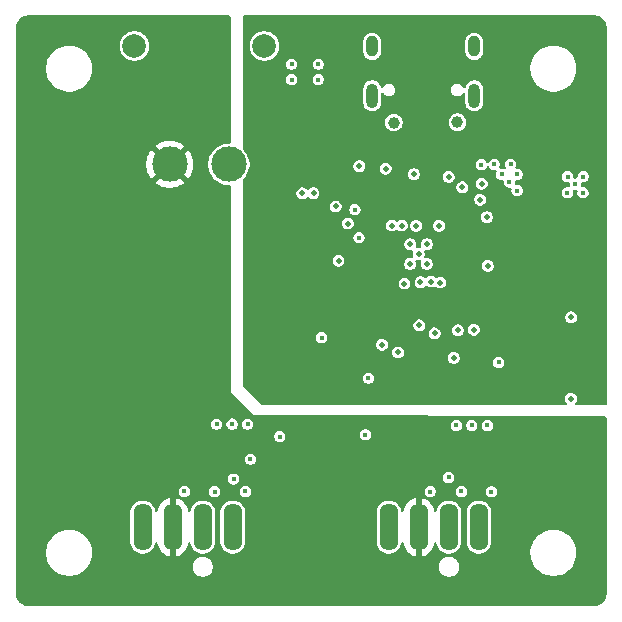
<source format=gbr>
%TF.GenerationSoftware,KiCad,Pcbnew,9.0.4*%
%TF.CreationDate,2025-09-25T11:48:03-04:00*%
%TF.ProjectId,fanboy,66616e62-6f79-42e6-9b69-6361645f7063,rev?*%
%TF.SameCoordinates,Original*%
%TF.FileFunction,Copper,L3,Inr*%
%TF.FilePolarity,Positive*%
%FSLAX46Y46*%
G04 Gerber Fmt 4.6, Leading zero omitted, Abs format (unit mm)*
G04 Created by KiCad (PCBNEW 9.0.4) date 2025-09-25 11:48:03*
%MOMM*%
%LPD*%
G01*
G04 APERTURE LIST*
%TA.AperFunction,ComponentPad*%
%ADD10C,3.000000*%
%TD*%
%TA.AperFunction,ComponentPad*%
%ADD11C,2.000000*%
%TD*%
%TA.AperFunction,ComponentPad*%
%ADD12O,1.574800X4.000000*%
%TD*%
%TA.AperFunction,ComponentPad*%
%ADD13C,1.500000*%
%TD*%
%TA.AperFunction,ComponentPad*%
%ADD14O,1.000000X1.800000*%
%TD*%
%TA.AperFunction,ComponentPad*%
%ADD15O,1.000000X2.100000*%
%TD*%
%TA.AperFunction,ViaPad*%
%ADD16C,0.450000*%
%TD*%
%TA.AperFunction,ViaPad*%
%ADD17C,0.500000*%
%TD*%
%TA.AperFunction,ViaPad*%
%ADD18C,0.800000*%
%TD*%
%TA.AperFunction,ViaPad*%
%ADD19C,1.000000*%
%TD*%
%TA.AperFunction,Conductor*%
%ADD20C,0.200000*%
%TD*%
G04 APERTURE END LIST*
D10*
%TO.N,/12V*%
%TO.C,J1*%
X156520000Y-72095000D03*
%TO.N,GND*%
X161520000Y-72095000D03*
D11*
%TO.N,unconnected-(J1-MNT1-Pad3)*%
X153520000Y-62095000D03*
%TO.N,unconnected-(J1-MNT2-Pad4)*%
X164520000Y-62095000D03*
%TD*%
D12*
%TO.N,GND*%
%TO.C,J4*%
X175070000Y-102820000D03*
%TO.N,/12V*%
X177610000Y-102820000D03*
D13*
%TO.N,/FAN2_TACH*%
X180150000Y-101860000D03*
D12*
X180150000Y-102820000D03*
%TO.N,/FAN2_PWM*%
X182690000Y-102820000D03*
%TD*%
%TO.N,GND*%
%TO.C,J3*%
X154230000Y-102820000D03*
%TO.N,/12V*%
X156770000Y-102820000D03*
D13*
%TO.N,/FAN1_TACH*%
X159310000Y-101860000D03*
D12*
X159310000Y-102820000D03*
%TO.N,/FAN1_PWM*%
X161850000Y-102820000D03*
%TD*%
D14*
%TO.N,GND*%
%TO.C,J6*%
X173650000Y-62125000D03*
D15*
X173650000Y-66305000D03*
D14*
X182290000Y-62125000D03*
D15*
X182290000Y-66305000D03*
%TD*%
D16*
%TO.N,/5V*%
X169090000Y-63620000D03*
%TO.N,/QSPI_SS*%
X172195000Y-75945000D03*
%TO.N,GND*%
X166840000Y-64930000D03*
%TO.N,/QSPI_SS*%
X184370000Y-88880000D03*
%TO.N,/3V3*%
X184300000Y-84060000D03*
%TO.N,GND*%
X166840000Y-63620000D03*
%TO.N,/5V*%
X169090000Y-64930000D03*
%TO.N,GND*%
X190190583Y-74514964D03*
X191505583Y-74514964D03*
X190858083Y-73784964D03*
X190200583Y-73144964D03*
X191515583Y-73144964D03*
%TO.N,/3V3*%
X174340000Y-90200000D03*
%TO.N,/FAN_ALERT*%
X172540000Y-78320000D03*
X173330000Y-90210000D03*
%TO.N,/FAN2_TACH*%
X173080000Y-95000000D03*
%TO.N,/12V*%
X175420000Y-94230000D03*
%TO.N,GND*%
X169370000Y-86770000D03*
%TO.N,/5V*%
X162930000Y-99800000D03*
X183750000Y-99830000D03*
X184620583Y-72964964D03*
X185935583Y-72964964D03*
X182900000Y-72130000D03*
X183990000Y-72110000D03*
X185278083Y-73604964D03*
X185925583Y-74334964D03*
X185370000Y-72100000D03*
%TO.N,GND*%
X182095000Y-94210000D03*
X183410000Y-94210000D03*
X180780000Y-94210000D03*
X161795000Y-94100000D03*
X163110000Y-94100000D03*
X160480000Y-94100000D03*
%TO.N,/12V*%
X156790000Y-99810000D03*
%TO.N,GND*%
X157750000Y-99800000D03*
X178570000Y-99820000D03*
%TO.N,/12V*%
X177600000Y-99890000D03*
%TO.N,/3V3*%
X179430000Y-91550000D03*
X181210000Y-99800000D03*
X160310000Y-99810000D03*
%TO.N,/12V*%
X156395000Y-94100000D03*
X157710000Y-94100000D03*
X155080000Y-94100000D03*
X178050000Y-94230000D03*
X176735000Y-94230000D03*
%TO.N,/3V3*%
X172250000Y-89220000D03*
X170380000Y-89210000D03*
%TO.N,GND*%
X165837500Y-95160000D03*
%TO.N,/3V3*%
X165060000Y-92180000D03*
%TO.N,/FAN1_PWM*%
X161920000Y-98740000D03*
X163347500Y-97060000D03*
%TO.N,/FAN2_TACH*%
X180130000Y-98610000D03*
D17*
%TO.N,/SWD*%
X180140717Y-73170036D03*
X179401524Y-82115036D03*
%TO.N,/SWCLK*%
X177187037Y-72936510D03*
X178641524Y-82030036D03*
%TO.N,/QSPI_SD1*%
X175321524Y-77290036D03*
X167740413Y-74563680D03*
%TO.N,/QSPI_SD2*%
X176161524Y-77290036D03*
X168691524Y-74545036D03*
%TO.N,GND*%
X172560717Y-72250036D03*
X182794417Y-75100036D03*
X180920717Y-86160036D03*
X190490000Y-91950000D03*
X182260717Y-86110036D03*
X178281524Y-80540036D03*
X174490000Y-87380000D03*
X177591524Y-79697536D03*
X171590000Y-77120000D03*
X174791524Y-72470036D03*
X177641524Y-85735036D03*
X178291524Y-78870036D03*
X183450717Y-80700036D03*
X190500000Y-85060000D03*
X183370717Y-76570036D03*
X176871524Y-78870036D03*
X181280000Y-74050000D03*
X175841524Y-88035036D03*
X178950000Y-86420000D03*
X170811524Y-80260036D03*
X180571524Y-88500036D03*
X176386099Y-82200036D03*
X182929283Y-73749964D03*
X170570000Y-75670000D03*
X176861524Y-80540036D03*
%TO.N,/3V3*%
X182260717Y-85150036D03*
X168100717Y-72260036D03*
X182490717Y-80700036D03*
X171771524Y-80260036D03*
X178851121Y-85120036D03*
X172550000Y-77120000D03*
X182410717Y-76570036D03*
X178031524Y-74280036D03*
D18*
X187876300Y-76675000D03*
X187876300Y-75585000D03*
X187885000Y-79625000D03*
D17*
X173501524Y-73495036D03*
X180391524Y-75175036D03*
%TO.N,/1V1*%
X177381524Y-77315036D03*
X179321524Y-77315036D03*
X177741524Y-82085036D03*
D19*
%TO.N,/5V*%
X175480583Y-68569964D03*
X180870583Y-68549964D03*
%TD*%
D20*
%TO.N,/3V3*%
X168100717Y-72260036D02*
X168010717Y-72170036D01*
%TD*%
%TA.AperFunction,Conductor*%
%TO.N,/12V*%
G36*
X161613308Y-59520185D02*
G01*
X161659063Y-59572989D01*
X161670268Y-59624453D01*
X161670484Y-60209013D01*
X161671235Y-62246894D01*
X161674173Y-70220454D01*
X161654513Y-70287501D01*
X161601726Y-70333275D01*
X161550173Y-70344500D01*
X161405258Y-70344500D01*
X161188715Y-70373009D01*
X161177762Y-70374452D01*
X161084076Y-70399554D01*
X160956112Y-70433842D01*
X160744123Y-70521650D01*
X160744109Y-70521657D01*
X160545382Y-70636392D01*
X160363338Y-70776081D01*
X160201081Y-70938338D01*
X160061392Y-71120382D01*
X159946657Y-71319109D01*
X159946650Y-71319123D01*
X159858842Y-71531112D01*
X159833819Y-71624500D01*
X159800317Y-71749536D01*
X159799453Y-71752759D01*
X159799451Y-71752770D01*
X159769500Y-71980258D01*
X159769500Y-72209741D01*
X159793491Y-72391964D01*
X159799452Y-72437238D01*
X159836499Y-72575500D01*
X159858842Y-72658887D01*
X159946650Y-72870876D01*
X159946657Y-72870890D01*
X160061392Y-73069617D01*
X160201081Y-73251661D01*
X160201089Y-73251670D01*
X160363330Y-73413911D01*
X160363338Y-73413918D01*
X160363339Y-73413919D01*
X160393325Y-73436928D01*
X160545382Y-73553607D01*
X160545385Y-73553608D01*
X160545388Y-73553611D01*
X160744112Y-73668344D01*
X160744117Y-73668346D01*
X160744123Y-73668349D01*
X160835480Y-73706190D01*
X160956113Y-73756158D01*
X161177762Y-73815548D01*
X161405266Y-73845500D01*
X161405273Y-73845500D01*
X161551556Y-73845500D01*
X161618595Y-73865185D01*
X161664350Y-73917989D01*
X161675555Y-73969451D01*
X161675602Y-74094999D01*
X161681984Y-91414236D01*
X161681985Y-91414237D01*
X163631184Y-93367300D01*
X193375795Y-93437170D01*
X193442784Y-93457011D01*
X193488415Y-93509923D01*
X193499500Y-93561169D01*
X193499500Y-108494586D01*
X193499028Y-108505394D01*
X193486241Y-108651542D01*
X193484330Y-108664927D01*
X193478501Y-108694229D01*
X193476659Y-108702129D01*
X193443222Y-108826918D01*
X193438009Y-108842275D01*
X193430989Y-108859224D01*
X193428809Y-108864179D01*
X193370177Y-108989915D01*
X193359370Y-109008633D01*
X193271880Y-109133582D01*
X193257986Y-109150140D01*
X193150140Y-109257986D01*
X193133582Y-109271880D01*
X193008633Y-109359370D01*
X192989915Y-109370177D01*
X192864179Y-109428809D01*
X192859224Y-109430989D01*
X192842275Y-109438009D01*
X192826918Y-109443222D01*
X192702129Y-109476659D01*
X192694229Y-109478501D01*
X192664927Y-109484330D01*
X192651542Y-109486241D01*
X192505395Y-109499028D01*
X192494587Y-109499500D01*
X144505413Y-109499500D01*
X144494605Y-109499028D01*
X144348456Y-109486241D01*
X144335071Y-109484330D01*
X144305769Y-109478501D01*
X144297869Y-109476659D01*
X144173080Y-109443222D01*
X144157723Y-109438009D01*
X144140774Y-109430989D01*
X144135819Y-109428809D01*
X144010084Y-109370177D01*
X143991366Y-109359370D01*
X143866417Y-109271880D01*
X143849859Y-109257986D01*
X143742013Y-109150140D01*
X143728119Y-109133582D01*
X143640629Y-109008633D01*
X143629822Y-108989916D01*
X143599292Y-108924445D01*
X143571169Y-108864134D01*
X143569009Y-108859224D01*
X143561989Y-108842275D01*
X143556776Y-108826918D01*
X143538829Y-108759938D01*
X143523334Y-108702109D01*
X143521501Y-108694247D01*
X143515665Y-108664907D01*
X143513760Y-108651564D01*
X143500972Y-108505394D01*
X143500500Y-108494588D01*
X143500500Y-104872149D01*
X146049500Y-104872149D01*
X146049500Y-105127850D01*
X146071698Y-105296449D01*
X146082874Y-105381340D01*
X146119860Y-105519373D01*
X146149050Y-105628312D01*
X146149053Y-105628322D01*
X146246894Y-105864531D01*
X146246899Y-105864542D01*
X146374734Y-106085957D01*
X146374745Y-106085973D01*
X146530388Y-106288811D01*
X146530394Y-106288818D01*
X146711181Y-106469605D01*
X146711187Y-106469610D01*
X146914035Y-106625261D01*
X146914042Y-106625265D01*
X147135457Y-106753100D01*
X147135462Y-106753102D01*
X147135465Y-106753104D01*
X147284426Y-106814805D01*
X147346762Y-106840626D01*
X147371687Y-106850950D01*
X147618660Y-106917126D01*
X147872157Y-106950500D01*
X147872164Y-106950500D01*
X148127836Y-106950500D01*
X148127843Y-106950500D01*
X148381340Y-106917126D01*
X148628313Y-106850950D01*
X148864535Y-106753104D01*
X149085965Y-106625261D01*
X149288813Y-106469610D01*
X149469610Y-106288813D01*
X149617386Y-106096228D01*
X158459500Y-106096228D01*
X158459500Y-106263771D01*
X158492182Y-106428074D01*
X158492184Y-106428082D01*
X158556295Y-106582860D01*
X158649373Y-106722162D01*
X158767837Y-106840626D01*
X158860494Y-106902537D01*
X158907137Y-106933703D01*
X159061918Y-106997816D01*
X159226228Y-107030499D01*
X159226232Y-107030500D01*
X159226233Y-107030500D01*
X159393768Y-107030500D01*
X159393769Y-107030499D01*
X159558082Y-106997816D01*
X159712863Y-106933703D01*
X159852162Y-106840626D01*
X159970626Y-106722162D01*
X160063703Y-106582863D01*
X160127816Y-106428082D01*
X160160500Y-106263767D01*
X160160500Y-106096233D01*
X160160499Y-106096228D01*
X179299500Y-106096228D01*
X179299500Y-106263771D01*
X179332182Y-106428074D01*
X179332184Y-106428082D01*
X179396295Y-106582860D01*
X179489373Y-106722162D01*
X179607837Y-106840626D01*
X179700494Y-106902537D01*
X179747137Y-106933703D01*
X179901918Y-106997816D01*
X180066228Y-107030499D01*
X180066232Y-107030500D01*
X180066233Y-107030500D01*
X180233768Y-107030500D01*
X180233769Y-107030499D01*
X180398082Y-106997816D01*
X180552863Y-106933703D01*
X180692162Y-106840626D01*
X180810626Y-106722162D01*
X180903703Y-106582863D01*
X180967816Y-106428082D01*
X181000500Y-106263767D01*
X181000500Y-106096233D01*
X180967816Y-105931918D01*
X180903703Y-105777137D01*
X180872537Y-105730494D01*
X180810626Y-105637837D01*
X180692162Y-105519373D01*
X180552860Y-105426295D01*
X180398082Y-105362184D01*
X180398074Y-105362182D01*
X180233771Y-105329500D01*
X180233767Y-105329500D01*
X180066233Y-105329500D01*
X180066228Y-105329500D01*
X179901925Y-105362182D01*
X179901917Y-105362184D01*
X179747139Y-105426295D01*
X179607837Y-105519373D01*
X179489373Y-105637837D01*
X179396295Y-105777139D01*
X179332184Y-105931917D01*
X179332182Y-105931925D01*
X179299500Y-106096228D01*
X160160499Y-106096228D01*
X160127816Y-105931918D01*
X160063703Y-105777137D01*
X160032537Y-105730494D01*
X159970626Y-105637837D01*
X159852162Y-105519373D01*
X159712860Y-105426295D01*
X159558082Y-105362184D01*
X159558074Y-105362182D01*
X159393771Y-105329500D01*
X159393767Y-105329500D01*
X159226233Y-105329500D01*
X159226228Y-105329500D01*
X159061925Y-105362182D01*
X159061917Y-105362184D01*
X158907139Y-105426295D01*
X158767837Y-105519373D01*
X158649373Y-105637837D01*
X158556295Y-105777139D01*
X158492184Y-105931917D01*
X158492182Y-105931925D01*
X158459500Y-106096228D01*
X149617386Y-106096228D01*
X149625261Y-106085965D01*
X149753104Y-105864535D01*
X149850950Y-105628313D01*
X149917126Y-105381340D01*
X149950500Y-105127843D01*
X149950500Y-104872157D01*
X149917126Y-104618660D01*
X149850950Y-104371687D01*
X149753104Y-104135465D01*
X149753102Y-104135462D01*
X149753100Y-104135457D01*
X149625265Y-103914042D01*
X149625261Y-103914035D01*
X149469610Y-103711187D01*
X149469605Y-103711181D01*
X149288818Y-103530394D01*
X149288811Y-103530388D01*
X149085973Y-103374745D01*
X149085971Y-103374743D01*
X149085965Y-103374739D01*
X149085960Y-103374736D01*
X149085957Y-103374734D01*
X148864542Y-103246899D01*
X148864531Y-103246894D01*
X148628322Y-103149053D01*
X148628315Y-103149051D01*
X148628313Y-103149050D01*
X148381340Y-103082874D01*
X148325007Y-103075457D01*
X148127850Y-103049500D01*
X148127843Y-103049500D01*
X147872157Y-103049500D01*
X147872149Y-103049500D01*
X147646826Y-103079165D01*
X147618660Y-103082874D01*
X147371687Y-103149050D01*
X147371677Y-103149053D01*
X147135468Y-103246894D01*
X147135457Y-103246899D01*
X146914042Y-103374734D01*
X146914026Y-103374745D01*
X146711188Y-103530388D01*
X146711181Y-103530394D01*
X146530394Y-103711181D01*
X146530388Y-103711188D01*
X146374745Y-103914026D01*
X146374734Y-103914042D01*
X146246899Y-104135457D01*
X146246894Y-104135468D01*
X146149053Y-104371677D01*
X146149050Y-104371687D01*
X146100361Y-104553400D01*
X146082874Y-104618661D01*
X146049500Y-104872149D01*
X143500500Y-104872149D01*
X143500500Y-101505171D01*
X153192100Y-101505171D01*
X153192100Y-104134828D01*
X153231984Y-104335336D01*
X153231987Y-104335348D01*
X153310223Y-104524228D01*
X153310225Y-104524232D01*
X153423806Y-104694218D01*
X153423812Y-104694226D01*
X153568373Y-104838787D01*
X153568381Y-104838793D01*
X153738367Y-104952374D01*
X153738371Y-104952376D01*
X153888534Y-105014575D01*
X153927256Y-105030614D01*
X154127771Y-105070499D01*
X154127774Y-105070500D01*
X154127776Y-105070500D01*
X154332226Y-105070500D01*
X154332227Y-105070499D01*
X154532744Y-105030614D01*
X154721630Y-104952375D01*
X154721632Y-104952374D01*
X154843001Y-104871278D01*
X154891623Y-104838790D01*
X155036190Y-104694223D01*
X155093362Y-104608657D01*
X155149774Y-104524232D01*
X155149776Y-104524228D01*
X155212964Y-104371677D01*
X155228014Y-104335344D01*
X155252040Y-104214556D01*
X155284424Y-104152646D01*
X155345140Y-104118072D01*
X155414909Y-104121811D01*
X155471582Y-104162677D01*
X155496130Y-104219350D01*
X155514299Y-104334063D01*
X155576921Y-104526792D01*
X155668919Y-104707348D01*
X155788020Y-104871278D01*
X155788024Y-104871283D01*
X155931316Y-105014575D01*
X155931321Y-105014579D01*
X156095251Y-105133680D01*
X156275805Y-105225678D01*
X156468527Y-105288298D01*
X156520000Y-105296450D01*
X156520000Y-104491579D01*
X156564115Y-104517050D01*
X156699777Y-104553400D01*
X156840223Y-104553400D01*
X156975885Y-104517050D01*
X157020000Y-104491579D01*
X157020000Y-105296449D01*
X157071472Y-105288298D01*
X157264194Y-105225678D01*
X157444748Y-105133680D01*
X157608678Y-105014579D01*
X157608683Y-105014575D01*
X157751975Y-104871283D01*
X157751979Y-104871278D01*
X157871080Y-104707348D01*
X157963078Y-104526792D01*
X158025700Y-104334063D01*
X158025701Y-104334062D01*
X158043869Y-104219351D01*
X158073798Y-104156216D01*
X158133109Y-104119284D01*
X158202972Y-104120282D01*
X158261205Y-104158891D01*
X158287959Y-104214556D01*
X158311984Y-104335338D01*
X158311987Y-104335348D01*
X158390223Y-104524228D01*
X158390225Y-104524232D01*
X158503806Y-104694218D01*
X158503812Y-104694226D01*
X158648373Y-104838787D01*
X158648381Y-104838793D01*
X158818367Y-104952374D01*
X158818371Y-104952376D01*
X158968534Y-105014575D01*
X159007256Y-105030614D01*
X159207771Y-105070499D01*
X159207774Y-105070500D01*
X159207776Y-105070500D01*
X159412226Y-105070500D01*
X159412227Y-105070499D01*
X159612744Y-105030614D01*
X159801630Y-104952375D01*
X159801632Y-104952374D01*
X159923001Y-104871278D01*
X159971623Y-104838790D01*
X160116190Y-104694223D01*
X160173362Y-104608657D01*
X160229774Y-104524232D01*
X160229776Y-104524228D01*
X160292964Y-104371677D01*
X160308014Y-104335344D01*
X160347900Y-104134824D01*
X160347900Y-101505176D01*
X160347900Y-101505173D01*
X160347899Y-101505171D01*
X160812100Y-101505171D01*
X160812100Y-104134828D01*
X160851984Y-104335336D01*
X160851987Y-104335348D01*
X160930223Y-104524228D01*
X160930225Y-104524232D01*
X161043806Y-104694218D01*
X161043812Y-104694226D01*
X161188373Y-104838787D01*
X161188381Y-104838793D01*
X161358367Y-104952374D01*
X161358371Y-104952376D01*
X161508534Y-105014575D01*
X161547256Y-105030614D01*
X161747771Y-105070499D01*
X161747774Y-105070500D01*
X161747776Y-105070500D01*
X161952226Y-105070500D01*
X161952227Y-105070499D01*
X162152744Y-105030614D01*
X162341630Y-104952375D01*
X162341632Y-104952374D01*
X162463001Y-104871278D01*
X162511623Y-104838790D01*
X162656190Y-104694223D01*
X162713362Y-104608657D01*
X162769774Y-104524232D01*
X162769776Y-104524228D01*
X162832964Y-104371677D01*
X162848014Y-104335344D01*
X162887900Y-104134824D01*
X162887900Y-101505176D01*
X162887900Y-101505173D01*
X162887899Y-101505171D01*
X174032100Y-101505171D01*
X174032100Y-104134828D01*
X174071984Y-104335336D01*
X174071987Y-104335348D01*
X174150223Y-104524228D01*
X174150225Y-104524232D01*
X174263806Y-104694218D01*
X174263812Y-104694226D01*
X174408373Y-104838787D01*
X174408381Y-104838793D01*
X174578367Y-104952374D01*
X174578371Y-104952376D01*
X174728534Y-105014575D01*
X174767256Y-105030614D01*
X174967771Y-105070499D01*
X174967774Y-105070500D01*
X174967776Y-105070500D01*
X175172226Y-105070500D01*
X175172227Y-105070499D01*
X175372744Y-105030614D01*
X175561630Y-104952375D01*
X175561632Y-104952374D01*
X175683001Y-104871278D01*
X175731623Y-104838790D01*
X175876190Y-104694223D01*
X175933362Y-104608657D01*
X175989774Y-104524232D01*
X175989776Y-104524228D01*
X176052964Y-104371677D01*
X176068014Y-104335344D01*
X176092040Y-104214556D01*
X176124424Y-104152646D01*
X176185140Y-104118072D01*
X176254909Y-104121811D01*
X176311582Y-104162677D01*
X176336130Y-104219350D01*
X176354299Y-104334063D01*
X176416921Y-104526792D01*
X176508919Y-104707348D01*
X176628020Y-104871278D01*
X176628024Y-104871283D01*
X176771316Y-105014575D01*
X176771321Y-105014579D01*
X176935251Y-105133680D01*
X177115805Y-105225678D01*
X177308527Y-105288298D01*
X177360000Y-105296450D01*
X177360000Y-104491579D01*
X177404115Y-104517050D01*
X177539777Y-104553400D01*
X177680223Y-104553400D01*
X177815885Y-104517050D01*
X177860000Y-104491579D01*
X177860000Y-105296449D01*
X177911472Y-105288298D01*
X178104194Y-105225678D01*
X178284748Y-105133680D01*
X178448678Y-105014579D01*
X178448683Y-105014575D01*
X178591975Y-104871283D01*
X178591979Y-104871278D01*
X178711080Y-104707348D01*
X178803078Y-104526792D01*
X178865700Y-104334063D01*
X178865701Y-104334062D01*
X178883869Y-104219351D01*
X178913798Y-104156216D01*
X178973109Y-104119284D01*
X179042972Y-104120282D01*
X179101205Y-104158891D01*
X179127959Y-104214556D01*
X179151984Y-104335338D01*
X179151987Y-104335348D01*
X179230223Y-104524228D01*
X179230225Y-104524232D01*
X179343806Y-104694218D01*
X179343812Y-104694226D01*
X179488373Y-104838787D01*
X179488381Y-104838793D01*
X179658367Y-104952374D01*
X179658371Y-104952376D01*
X179808534Y-105014575D01*
X179847256Y-105030614D01*
X180047771Y-105070499D01*
X180047774Y-105070500D01*
X180047776Y-105070500D01*
X180252226Y-105070500D01*
X180252227Y-105070499D01*
X180452744Y-105030614D01*
X180641630Y-104952375D01*
X180641632Y-104952374D01*
X180763001Y-104871278D01*
X180811623Y-104838790D01*
X180956190Y-104694223D01*
X181013362Y-104608657D01*
X181069774Y-104524232D01*
X181069776Y-104524228D01*
X181132964Y-104371677D01*
X181148014Y-104335344D01*
X181187900Y-104134824D01*
X181187900Y-101505176D01*
X181187900Y-101505173D01*
X181187899Y-101505171D01*
X181652100Y-101505171D01*
X181652100Y-104134828D01*
X181691984Y-104335336D01*
X181691987Y-104335348D01*
X181770223Y-104524228D01*
X181770225Y-104524232D01*
X181883806Y-104694218D01*
X181883812Y-104694226D01*
X182028373Y-104838787D01*
X182028381Y-104838793D01*
X182198367Y-104952374D01*
X182198371Y-104952376D01*
X182348534Y-105014575D01*
X182387256Y-105030614D01*
X182587771Y-105070499D01*
X182587774Y-105070500D01*
X182587776Y-105070500D01*
X182792226Y-105070500D01*
X182792227Y-105070499D01*
X182992744Y-105030614D01*
X183181630Y-104952375D01*
X183181632Y-104952374D01*
X183301697Y-104872149D01*
X187049500Y-104872149D01*
X187049500Y-105127850D01*
X187071698Y-105296449D01*
X187082874Y-105381340D01*
X187119860Y-105519373D01*
X187149050Y-105628312D01*
X187149053Y-105628322D01*
X187246894Y-105864531D01*
X187246899Y-105864542D01*
X187374734Y-106085957D01*
X187374745Y-106085973D01*
X187530388Y-106288811D01*
X187530394Y-106288818D01*
X187711181Y-106469605D01*
X187711187Y-106469610D01*
X187914035Y-106625261D01*
X187914042Y-106625265D01*
X188135457Y-106753100D01*
X188135462Y-106753102D01*
X188135465Y-106753104D01*
X188284426Y-106814805D01*
X188346762Y-106840626D01*
X188371687Y-106850950D01*
X188618660Y-106917126D01*
X188872157Y-106950500D01*
X188872164Y-106950500D01*
X189127836Y-106950500D01*
X189127843Y-106950500D01*
X189381340Y-106917126D01*
X189628313Y-106850950D01*
X189864535Y-106753104D01*
X190085965Y-106625261D01*
X190288813Y-106469610D01*
X190469610Y-106288813D01*
X190625261Y-106085965D01*
X190753104Y-105864535D01*
X190850950Y-105628313D01*
X190917126Y-105381340D01*
X190950500Y-105127843D01*
X190950500Y-104872157D01*
X190917126Y-104618660D01*
X190850950Y-104371687D01*
X190753104Y-104135465D01*
X190753102Y-104135462D01*
X190753100Y-104135457D01*
X190625265Y-103914042D01*
X190625261Y-103914035D01*
X190469610Y-103711187D01*
X190469605Y-103711181D01*
X190288818Y-103530394D01*
X190288811Y-103530388D01*
X190085973Y-103374745D01*
X190085971Y-103374743D01*
X190085965Y-103374739D01*
X190085960Y-103374736D01*
X190085957Y-103374734D01*
X189864542Y-103246899D01*
X189864531Y-103246894D01*
X189628322Y-103149053D01*
X189628315Y-103149051D01*
X189628313Y-103149050D01*
X189381340Y-103082874D01*
X189325007Y-103075457D01*
X189127850Y-103049500D01*
X189127843Y-103049500D01*
X188872157Y-103049500D01*
X188872149Y-103049500D01*
X188646826Y-103079165D01*
X188618660Y-103082874D01*
X188371687Y-103149050D01*
X188371677Y-103149053D01*
X188135468Y-103246894D01*
X188135457Y-103246899D01*
X187914042Y-103374734D01*
X187914026Y-103374745D01*
X187711188Y-103530388D01*
X187711181Y-103530394D01*
X187530394Y-103711181D01*
X187530388Y-103711188D01*
X187374745Y-103914026D01*
X187374734Y-103914042D01*
X187246899Y-104135457D01*
X187246894Y-104135468D01*
X187149053Y-104371677D01*
X187149050Y-104371687D01*
X187100361Y-104553400D01*
X187082874Y-104618661D01*
X187049500Y-104872149D01*
X183301697Y-104872149D01*
X183303001Y-104871278D01*
X183351623Y-104838790D01*
X183351626Y-104838787D01*
X183409997Y-104780417D01*
X183496187Y-104694226D01*
X183496190Y-104694223D01*
X183553362Y-104608657D01*
X183609774Y-104524232D01*
X183609776Y-104524228D01*
X183672964Y-104371677D01*
X183688014Y-104335344D01*
X183727900Y-104134824D01*
X183727900Y-101505176D01*
X183727900Y-101505173D01*
X183727899Y-101505171D01*
X183711086Y-101420648D01*
X183688014Y-101304656D01*
X183688012Y-101304651D01*
X183609776Y-101115771D01*
X183609774Y-101115767D01*
X183496193Y-100945781D01*
X183496187Y-100945773D01*
X183351626Y-100801212D01*
X183351618Y-100801206D01*
X183181632Y-100687625D01*
X183181628Y-100687623D01*
X182992748Y-100609387D01*
X182992736Y-100609384D01*
X182792227Y-100569500D01*
X182792224Y-100569500D01*
X182587776Y-100569500D01*
X182587773Y-100569500D01*
X182387263Y-100609384D01*
X182387251Y-100609387D01*
X182198371Y-100687623D01*
X182198367Y-100687625D01*
X182028381Y-100801206D01*
X182028373Y-100801212D01*
X181883812Y-100945773D01*
X181883806Y-100945781D01*
X181770225Y-101115767D01*
X181770223Y-101115771D01*
X181691987Y-101304651D01*
X181691984Y-101304663D01*
X181652100Y-101505171D01*
X181187899Y-101505171D01*
X181171086Y-101420648D01*
X181148014Y-101304656D01*
X181148012Y-101304651D01*
X181069776Y-101115771D01*
X181069774Y-101115767D01*
X180956193Y-100945781D01*
X180956187Y-100945773D01*
X180811626Y-100801212D01*
X180811618Y-100801206D01*
X180641632Y-100687625D01*
X180641628Y-100687623D01*
X180452748Y-100609387D01*
X180452736Y-100609384D01*
X180252227Y-100569500D01*
X180252224Y-100569500D01*
X180047776Y-100569500D01*
X180047773Y-100569500D01*
X179847263Y-100609384D01*
X179847251Y-100609387D01*
X179658371Y-100687623D01*
X179658367Y-100687625D01*
X179488381Y-100801206D01*
X179488373Y-100801212D01*
X179343812Y-100945773D01*
X179343806Y-100945781D01*
X179230225Y-101115767D01*
X179230223Y-101115771D01*
X179151987Y-101304651D01*
X179151984Y-101304661D01*
X179127959Y-101425443D01*
X179095574Y-101487354D01*
X179034858Y-101521928D01*
X178965088Y-101518188D01*
X178908417Y-101477321D01*
X178883869Y-101420648D01*
X178865701Y-101305937D01*
X178865700Y-101305936D01*
X178803078Y-101113207D01*
X178711080Y-100932651D01*
X178591979Y-100768721D01*
X178591975Y-100768716D01*
X178448683Y-100625424D01*
X178448678Y-100625420D01*
X178284748Y-100506319D01*
X178104192Y-100414321D01*
X177911463Y-100351699D01*
X177860000Y-100343548D01*
X177860000Y-103548420D01*
X177815885Y-103522950D01*
X177680223Y-103486600D01*
X177539777Y-103486600D01*
X177404115Y-103522950D01*
X177360000Y-103548420D01*
X177360000Y-100343548D01*
X177359999Y-100343548D01*
X177308536Y-100351699D01*
X177115807Y-100414321D01*
X176935251Y-100506319D01*
X176771321Y-100625420D01*
X176771316Y-100625424D01*
X176628024Y-100768716D01*
X176628020Y-100768721D01*
X176508919Y-100932651D01*
X176416921Y-101113207D01*
X176354299Y-101305936D01*
X176336130Y-101420649D01*
X176306200Y-101483784D01*
X176246889Y-101520715D01*
X176177026Y-101519717D01*
X176118794Y-101481107D01*
X176092040Y-101425442D01*
X176086583Y-101398008D01*
X176068014Y-101304656D01*
X176068012Y-101304651D01*
X175989776Y-101115771D01*
X175989774Y-101115767D01*
X175876193Y-100945781D01*
X175876187Y-100945773D01*
X175731626Y-100801212D01*
X175731618Y-100801206D01*
X175561632Y-100687625D01*
X175561628Y-100687623D01*
X175372748Y-100609387D01*
X175372736Y-100609384D01*
X175172227Y-100569500D01*
X175172224Y-100569500D01*
X174967776Y-100569500D01*
X174967773Y-100569500D01*
X174767263Y-100609384D01*
X174767251Y-100609387D01*
X174578371Y-100687623D01*
X174578367Y-100687625D01*
X174408381Y-100801206D01*
X174408373Y-100801212D01*
X174263812Y-100945773D01*
X174263806Y-100945781D01*
X174150225Y-101115767D01*
X174150223Y-101115771D01*
X174071987Y-101304651D01*
X174071984Y-101304663D01*
X174032100Y-101505171D01*
X162887899Y-101505171D01*
X162871086Y-101420648D01*
X162848014Y-101304656D01*
X162848012Y-101304651D01*
X162769776Y-101115771D01*
X162769774Y-101115767D01*
X162656193Y-100945781D01*
X162656187Y-100945773D01*
X162511626Y-100801212D01*
X162511618Y-100801206D01*
X162341632Y-100687625D01*
X162341628Y-100687623D01*
X162152748Y-100609387D01*
X162152736Y-100609384D01*
X161952227Y-100569500D01*
X161952224Y-100569500D01*
X161747776Y-100569500D01*
X161747773Y-100569500D01*
X161547263Y-100609384D01*
X161547251Y-100609387D01*
X161358371Y-100687623D01*
X161358367Y-100687625D01*
X161188381Y-100801206D01*
X161188373Y-100801212D01*
X161043812Y-100945773D01*
X161043806Y-100945781D01*
X160930225Y-101115767D01*
X160930223Y-101115771D01*
X160851987Y-101304651D01*
X160851984Y-101304663D01*
X160812100Y-101505171D01*
X160347899Y-101505171D01*
X160331086Y-101420648D01*
X160308014Y-101304656D01*
X160308012Y-101304651D01*
X160229776Y-101115771D01*
X160229774Y-101115767D01*
X160116193Y-100945781D01*
X160116187Y-100945773D01*
X159971626Y-100801212D01*
X159971618Y-100801206D01*
X159801632Y-100687625D01*
X159801628Y-100687623D01*
X159612748Y-100609387D01*
X159612736Y-100609384D01*
X159412227Y-100569500D01*
X159412224Y-100569500D01*
X159207776Y-100569500D01*
X159207773Y-100569500D01*
X159007263Y-100609384D01*
X159007251Y-100609387D01*
X158818371Y-100687623D01*
X158818367Y-100687625D01*
X158648381Y-100801206D01*
X158648373Y-100801212D01*
X158503812Y-100945773D01*
X158503806Y-100945781D01*
X158390225Y-101115767D01*
X158390223Y-101115771D01*
X158311987Y-101304651D01*
X158311984Y-101304661D01*
X158287959Y-101425443D01*
X158255574Y-101487354D01*
X158194858Y-101521928D01*
X158125088Y-101518188D01*
X158068417Y-101477321D01*
X158043869Y-101420648D01*
X158025701Y-101305937D01*
X158025700Y-101305936D01*
X157963078Y-101113207D01*
X157871080Y-100932651D01*
X157751979Y-100768721D01*
X157751975Y-100768716D01*
X157608683Y-100625424D01*
X157608678Y-100625420D01*
X157444748Y-100506319D01*
X157264192Y-100414321D01*
X157071463Y-100351699D01*
X157020000Y-100343548D01*
X157020000Y-103548420D01*
X156975885Y-103522950D01*
X156840223Y-103486600D01*
X156699777Y-103486600D01*
X156564115Y-103522950D01*
X156520000Y-103548420D01*
X156520000Y-100343548D01*
X156519999Y-100343548D01*
X156468536Y-100351699D01*
X156275807Y-100414321D01*
X156095251Y-100506319D01*
X155931321Y-100625420D01*
X155931316Y-100625424D01*
X155788024Y-100768716D01*
X155788020Y-100768721D01*
X155668919Y-100932651D01*
X155576921Y-101113207D01*
X155514299Y-101305936D01*
X155496130Y-101420649D01*
X155466200Y-101483784D01*
X155406889Y-101520715D01*
X155337026Y-101519717D01*
X155278794Y-101481107D01*
X155252040Y-101425442D01*
X155246583Y-101398008D01*
X155228014Y-101304656D01*
X155228012Y-101304651D01*
X155149776Y-101115771D01*
X155149774Y-101115767D01*
X155036193Y-100945781D01*
X155036187Y-100945773D01*
X154891626Y-100801212D01*
X154891618Y-100801206D01*
X154721632Y-100687625D01*
X154721628Y-100687623D01*
X154532748Y-100609387D01*
X154532736Y-100609384D01*
X154332227Y-100569500D01*
X154332224Y-100569500D01*
X154127776Y-100569500D01*
X154127773Y-100569500D01*
X153927263Y-100609384D01*
X153927251Y-100609387D01*
X153738371Y-100687623D01*
X153738367Y-100687625D01*
X153568381Y-100801206D01*
X153568373Y-100801212D01*
X153423812Y-100945773D01*
X153423806Y-100945781D01*
X153310225Y-101115767D01*
X153310223Y-101115771D01*
X153231987Y-101304651D01*
X153231984Y-101304663D01*
X153192100Y-101505171D01*
X143500500Y-101505171D01*
X143500500Y-99737399D01*
X157274500Y-99737399D01*
X157274500Y-99862601D01*
X157306905Y-99983536D01*
X157369505Y-100091964D01*
X157458036Y-100180495D01*
X157566464Y-100243095D01*
X157687399Y-100275500D01*
X157687401Y-100275500D01*
X157812599Y-100275500D01*
X157812601Y-100275500D01*
X157933536Y-100243095D01*
X158041964Y-100180495D01*
X158130495Y-100091964D01*
X158193095Y-99983536D01*
X158225500Y-99862601D01*
X158225500Y-99747399D01*
X159834500Y-99747399D01*
X159834500Y-99872601D01*
X159866905Y-99993536D01*
X159929505Y-100101964D01*
X160018036Y-100190495D01*
X160126464Y-100253095D01*
X160247399Y-100285500D01*
X160247401Y-100285500D01*
X160372599Y-100285500D01*
X160372601Y-100285500D01*
X160493536Y-100253095D01*
X160601964Y-100190495D01*
X160690495Y-100101964D01*
X160753095Y-99993536D01*
X160785500Y-99872601D01*
X160785500Y-99747399D01*
X160782820Y-99737399D01*
X162454500Y-99737399D01*
X162454500Y-99862601D01*
X162486905Y-99983536D01*
X162549505Y-100091964D01*
X162638036Y-100180495D01*
X162746464Y-100243095D01*
X162867399Y-100275500D01*
X162867401Y-100275500D01*
X162992599Y-100275500D01*
X162992601Y-100275500D01*
X163113536Y-100243095D01*
X163221964Y-100180495D01*
X163310495Y-100091964D01*
X163373095Y-99983536D01*
X163405500Y-99862601D01*
X163405500Y-99757399D01*
X178094500Y-99757399D01*
X178094500Y-99882601D01*
X178126905Y-100003536D01*
X178189505Y-100111964D01*
X178278036Y-100200495D01*
X178386464Y-100263095D01*
X178507399Y-100295500D01*
X178507401Y-100295500D01*
X178632599Y-100295500D01*
X178632601Y-100295500D01*
X178753536Y-100263095D01*
X178861964Y-100200495D01*
X178950495Y-100111964D01*
X179013095Y-100003536D01*
X179045500Y-99882601D01*
X179045500Y-99757399D01*
X179040141Y-99737399D01*
X180734500Y-99737399D01*
X180734500Y-99862601D01*
X180766905Y-99983536D01*
X180829505Y-100091964D01*
X180918036Y-100180495D01*
X181026464Y-100243095D01*
X181147399Y-100275500D01*
X181147401Y-100275500D01*
X181272599Y-100275500D01*
X181272601Y-100275500D01*
X181393536Y-100243095D01*
X181501964Y-100180495D01*
X181590495Y-100091964D01*
X181653095Y-99983536D01*
X181685500Y-99862601D01*
X181685500Y-99767399D01*
X183274500Y-99767399D01*
X183274500Y-99892601D01*
X183306905Y-100013536D01*
X183369505Y-100121964D01*
X183458036Y-100210495D01*
X183566464Y-100273095D01*
X183687399Y-100305500D01*
X183687401Y-100305500D01*
X183812599Y-100305500D01*
X183812601Y-100305500D01*
X183933536Y-100273095D01*
X184041964Y-100210495D01*
X184130495Y-100121964D01*
X184193095Y-100013536D01*
X184225500Y-99892601D01*
X184225500Y-99767399D01*
X184193095Y-99646464D01*
X184130495Y-99538036D01*
X184041964Y-99449505D01*
X183933536Y-99386905D01*
X183933537Y-99386905D01*
X183893224Y-99376103D01*
X183812601Y-99354500D01*
X183687399Y-99354500D01*
X183606775Y-99376103D01*
X183566463Y-99386905D01*
X183458037Y-99449504D01*
X183458034Y-99449506D01*
X183369506Y-99538034D01*
X183369504Y-99538037D01*
X183306905Y-99646463D01*
X183306905Y-99646464D01*
X183274500Y-99767399D01*
X181685500Y-99767399D01*
X181685500Y-99737399D01*
X181653095Y-99616464D01*
X181590495Y-99508036D01*
X181501964Y-99419505D01*
X181393536Y-99356905D01*
X181393537Y-99356905D01*
X181347241Y-99344500D01*
X181272601Y-99324500D01*
X181147399Y-99324500D01*
X181072759Y-99344500D01*
X181026463Y-99356905D01*
X180918037Y-99419504D01*
X180918034Y-99419506D01*
X180829506Y-99508034D01*
X180829504Y-99508037D01*
X180766905Y-99616463D01*
X180766905Y-99616464D01*
X180734500Y-99737399D01*
X179040141Y-99737399D01*
X179013095Y-99636464D01*
X178950495Y-99528036D01*
X178861964Y-99439505D01*
X178753536Y-99376905D01*
X178753537Y-99376905D01*
X178713224Y-99366103D01*
X178632601Y-99344500D01*
X178507399Y-99344500D01*
X178426775Y-99366103D01*
X178386463Y-99376905D01*
X178278037Y-99439504D01*
X178278034Y-99439506D01*
X178189506Y-99528034D01*
X178189504Y-99528037D01*
X178126905Y-99636463D01*
X178126905Y-99636464D01*
X178094500Y-99757399D01*
X163405500Y-99757399D01*
X163405500Y-99737399D01*
X163373095Y-99616464D01*
X163310495Y-99508036D01*
X163221964Y-99419505D01*
X163113536Y-99356905D01*
X163113537Y-99356905D01*
X163067241Y-99344500D01*
X162992601Y-99324500D01*
X162867399Y-99324500D01*
X162792759Y-99344500D01*
X162746463Y-99356905D01*
X162638037Y-99419504D01*
X162638034Y-99419506D01*
X162549506Y-99508034D01*
X162549504Y-99508037D01*
X162486905Y-99616463D01*
X162486905Y-99616464D01*
X162454500Y-99737399D01*
X160782820Y-99737399D01*
X160753095Y-99626464D01*
X160690495Y-99518036D01*
X160601964Y-99429505D01*
X160493536Y-99366905D01*
X160493537Y-99366905D01*
X160447241Y-99354500D01*
X160372601Y-99334500D01*
X160247399Y-99334500D01*
X160172759Y-99354500D01*
X160126463Y-99366905D01*
X160018037Y-99429504D01*
X160018034Y-99429506D01*
X159929506Y-99518034D01*
X159929504Y-99518037D01*
X159866905Y-99626463D01*
X159866905Y-99626464D01*
X159834500Y-99747399D01*
X158225500Y-99747399D01*
X158225500Y-99737399D01*
X158193095Y-99616464D01*
X158130495Y-99508036D01*
X158041964Y-99419505D01*
X157933536Y-99356905D01*
X157933537Y-99356905D01*
X157887241Y-99344500D01*
X157812601Y-99324500D01*
X157687399Y-99324500D01*
X157612759Y-99344500D01*
X157566463Y-99356905D01*
X157458037Y-99419504D01*
X157458034Y-99419506D01*
X157369506Y-99508034D01*
X157369504Y-99508037D01*
X157306905Y-99616463D01*
X157306905Y-99616464D01*
X157274500Y-99737399D01*
X143500500Y-99737399D01*
X143500500Y-98677399D01*
X161444500Y-98677399D01*
X161444500Y-98802601D01*
X161476905Y-98923536D01*
X161539505Y-99031964D01*
X161628036Y-99120495D01*
X161736464Y-99183095D01*
X161857399Y-99215500D01*
X161857401Y-99215500D01*
X161982599Y-99215500D01*
X161982601Y-99215500D01*
X162103536Y-99183095D01*
X162211964Y-99120495D01*
X162300495Y-99031964D01*
X162363095Y-98923536D01*
X162395500Y-98802601D01*
X162395500Y-98677399D01*
X162363095Y-98556464D01*
X162357861Y-98547399D01*
X179654500Y-98547399D01*
X179654500Y-98672601D01*
X179686905Y-98793536D01*
X179749505Y-98901964D01*
X179838036Y-98990495D01*
X179946464Y-99053095D01*
X180067399Y-99085500D01*
X180067401Y-99085500D01*
X180192599Y-99085500D01*
X180192601Y-99085500D01*
X180313536Y-99053095D01*
X180421964Y-98990495D01*
X180510495Y-98901964D01*
X180573095Y-98793536D01*
X180605500Y-98672601D01*
X180605500Y-98547399D01*
X180573095Y-98426464D01*
X180510495Y-98318036D01*
X180421964Y-98229505D01*
X180313536Y-98166905D01*
X180313537Y-98166905D01*
X180273224Y-98156103D01*
X180192601Y-98134500D01*
X180067399Y-98134500D01*
X179986775Y-98156103D01*
X179946463Y-98166905D01*
X179838037Y-98229504D01*
X179838034Y-98229506D01*
X179749506Y-98318034D01*
X179749504Y-98318037D01*
X179686905Y-98426463D01*
X179686905Y-98426464D01*
X179654500Y-98547399D01*
X162357861Y-98547399D01*
X162300495Y-98448036D01*
X162211964Y-98359505D01*
X162103536Y-98296905D01*
X162103537Y-98296905D01*
X162063224Y-98286103D01*
X161982601Y-98264500D01*
X161857399Y-98264500D01*
X161776775Y-98286103D01*
X161736463Y-98296905D01*
X161628037Y-98359504D01*
X161628034Y-98359506D01*
X161539506Y-98448034D01*
X161539504Y-98448037D01*
X161476905Y-98556463D01*
X161476905Y-98556464D01*
X161444500Y-98677399D01*
X143500500Y-98677399D01*
X143500500Y-96997399D01*
X162872000Y-96997399D01*
X162872000Y-97122601D01*
X162904405Y-97243536D01*
X162967005Y-97351964D01*
X163055536Y-97440495D01*
X163163964Y-97503095D01*
X163284899Y-97535500D01*
X163284901Y-97535500D01*
X163410099Y-97535500D01*
X163410101Y-97535500D01*
X163531036Y-97503095D01*
X163639464Y-97440495D01*
X163727995Y-97351964D01*
X163790595Y-97243536D01*
X163823000Y-97122601D01*
X163823000Y-96997399D01*
X163790595Y-96876464D01*
X163727995Y-96768036D01*
X163639464Y-96679505D01*
X163531036Y-96616905D01*
X163531037Y-96616905D01*
X163490724Y-96606103D01*
X163410101Y-96584500D01*
X163284899Y-96584500D01*
X163204275Y-96606103D01*
X163163963Y-96616905D01*
X163055537Y-96679504D01*
X163055534Y-96679506D01*
X162967006Y-96768034D01*
X162967004Y-96768037D01*
X162904405Y-96876463D01*
X162904405Y-96876464D01*
X162872000Y-96997399D01*
X143500500Y-96997399D01*
X143500500Y-95097399D01*
X165362000Y-95097399D01*
X165362000Y-95222601D01*
X165394405Y-95343536D01*
X165457005Y-95451964D01*
X165545536Y-95540495D01*
X165653964Y-95603095D01*
X165774899Y-95635500D01*
X165774901Y-95635500D01*
X165900099Y-95635500D01*
X165900101Y-95635500D01*
X166021036Y-95603095D01*
X166129464Y-95540495D01*
X166217995Y-95451964D01*
X166280595Y-95343536D01*
X166313000Y-95222601D01*
X166313000Y-95097399D01*
X166280595Y-94976464D01*
X166258041Y-94937399D01*
X172604500Y-94937399D01*
X172604500Y-95062601D01*
X172636905Y-95183536D01*
X172699505Y-95291964D01*
X172788036Y-95380495D01*
X172896464Y-95443095D01*
X173017399Y-95475500D01*
X173017401Y-95475500D01*
X173142599Y-95475500D01*
X173142601Y-95475500D01*
X173263536Y-95443095D01*
X173371964Y-95380495D01*
X173460495Y-95291964D01*
X173523095Y-95183536D01*
X173555500Y-95062601D01*
X173555500Y-94937399D01*
X173523095Y-94816464D01*
X173460495Y-94708036D01*
X173371964Y-94619505D01*
X173263536Y-94556905D01*
X173263537Y-94556905D01*
X173211997Y-94543095D01*
X173142601Y-94524500D01*
X173017399Y-94524500D01*
X172948003Y-94543095D01*
X172896463Y-94556905D01*
X172788037Y-94619504D01*
X172788034Y-94619506D01*
X172699506Y-94708034D01*
X172699504Y-94708037D01*
X172636905Y-94816463D01*
X172636905Y-94816464D01*
X172604500Y-94937399D01*
X166258041Y-94937399D01*
X166217995Y-94868036D01*
X166129464Y-94779505D01*
X166021036Y-94716905D01*
X166021037Y-94716905D01*
X165980724Y-94706103D01*
X165900101Y-94684500D01*
X165774899Y-94684500D01*
X165694275Y-94706103D01*
X165653963Y-94716905D01*
X165545537Y-94779504D01*
X165545534Y-94779506D01*
X165457006Y-94868034D01*
X165457004Y-94868037D01*
X165394405Y-94976463D01*
X165394405Y-94976464D01*
X165362000Y-95097399D01*
X143500500Y-95097399D01*
X143500500Y-94037399D01*
X160004500Y-94037399D01*
X160004500Y-94162601D01*
X160036905Y-94283536D01*
X160099505Y-94391964D01*
X160188036Y-94480495D01*
X160296464Y-94543095D01*
X160417399Y-94575500D01*
X160417401Y-94575500D01*
X160542599Y-94575500D01*
X160542601Y-94575500D01*
X160663536Y-94543095D01*
X160771964Y-94480495D01*
X160860495Y-94391964D01*
X160923095Y-94283536D01*
X160955500Y-94162601D01*
X160955500Y-94037399D01*
X161319500Y-94037399D01*
X161319500Y-94162601D01*
X161351905Y-94283536D01*
X161414505Y-94391964D01*
X161503036Y-94480495D01*
X161611464Y-94543095D01*
X161732399Y-94575500D01*
X161732401Y-94575500D01*
X161857599Y-94575500D01*
X161857601Y-94575500D01*
X161978536Y-94543095D01*
X162086964Y-94480495D01*
X162175495Y-94391964D01*
X162238095Y-94283536D01*
X162270500Y-94162601D01*
X162270500Y-94037399D01*
X162634500Y-94037399D01*
X162634500Y-94162601D01*
X162666905Y-94283536D01*
X162729505Y-94391964D01*
X162818036Y-94480495D01*
X162926464Y-94543095D01*
X163047399Y-94575500D01*
X163047401Y-94575500D01*
X163172599Y-94575500D01*
X163172601Y-94575500D01*
X163293536Y-94543095D01*
X163401964Y-94480495D01*
X163490495Y-94391964D01*
X163553095Y-94283536D01*
X163585500Y-94162601D01*
X163585500Y-94147399D01*
X180304500Y-94147399D01*
X180304500Y-94272601D01*
X180336905Y-94393536D01*
X180399505Y-94501964D01*
X180488036Y-94590495D01*
X180596464Y-94653095D01*
X180717399Y-94685500D01*
X180717401Y-94685500D01*
X180842599Y-94685500D01*
X180842601Y-94685500D01*
X180963536Y-94653095D01*
X181071964Y-94590495D01*
X181160495Y-94501964D01*
X181223095Y-94393536D01*
X181255500Y-94272601D01*
X181255500Y-94147399D01*
X181619500Y-94147399D01*
X181619500Y-94272601D01*
X181651905Y-94393536D01*
X181714505Y-94501964D01*
X181803036Y-94590495D01*
X181911464Y-94653095D01*
X182032399Y-94685500D01*
X182032401Y-94685500D01*
X182157599Y-94685500D01*
X182157601Y-94685500D01*
X182278536Y-94653095D01*
X182386964Y-94590495D01*
X182475495Y-94501964D01*
X182538095Y-94393536D01*
X182570500Y-94272601D01*
X182570500Y-94147399D01*
X182934500Y-94147399D01*
X182934500Y-94272601D01*
X182966905Y-94393536D01*
X183029505Y-94501964D01*
X183118036Y-94590495D01*
X183226464Y-94653095D01*
X183347399Y-94685500D01*
X183347401Y-94685500D01*
X183472599Y-94685500D01*
X183472601Y-94685500D01*
X183593536Y-94653095D01*
X183701964Y-94590495D01*
X183790495Y-94501964D01*
X183853095Y-94393536D01*
X183885500Y-94272601D01*
X183885500Y-94147399D01*
X183853095Y-94026464D01*
X183790495Y-93918036D01*
X183701964Y-93829505D01*
X183593536Y-93766905D01*
X183593537Y-93766905D01*
X183553224Y-93756103D01*
X183472601Y-93734500D01*
X183347399Y-93734500D01*
X183266775Y-93756103D01*
X183226463Y-93766905D01*
X183118037Y-93829504D01*
X183118034Y-93829506D01*
X183029506Y-93918034D01*
X183029504Y-93918037D01*
X182966905Y-94026463D01*
X182950702Y-94086931D01*
X182934500Y-94147399D01*
X182570500Y-94147399D01*
X182538095Y-94026464D01*
X182475495Y-93918036D01*
X182386964Y-93829505D01*
X182278536Y-93766905D01*
X182278537Y-93766905D01*
X182238224Y-93756103D01*
X182157601Y-93734500D01*
X182032399Y-93734500D01*
X181951775Y-93756103D01*
X181911463Y-93766905D01*
X181803037Y-93829504D01*
X181803034Y-93829506D01*
X181714506Y-93918034D01*
X181714504Y-93918037D01*
X181651905Y-94026463D01*
X181635702Y-94086931D01*
X181619500Y-94147399D01*
X181255500Y-94147399D01*
X181223095Y-94026464D01*
X181160495Y-93918036D01*
X181071964Y-93829505D01*
X180963536Y-93766905D01*
X180963537Y-93766905D01*
X180923224Y-93756103D01*
X180842601Y-93734500D01*
X180717399Y-93734500D01*
X180636775Y-93756103D01*
X180596463Y-93766905D01*
X180488037Y-93829504D01*
X180488034Y-93829506D01*
X180399506Y-93918034D01*
X180399504Y-93918037D01*
X180336905Y-94026463D01*
X180320702Y-94086931D01*
X180304500Y-94147399D01*
X163585500Y-94147399D01*
X163585500Y-94037399D01*
X163553095Y-93916464D01*
X163490495Y-93808036D01*
X163401964Y-93719505D01*
X163293536Y-93656905D01*
X163293537Y-93656905D01*
X163253224Y-93646103D01*
X163172601Y-93624500D01*
X163047399Y-93624500D01*
X162966775Y-93646103D01*
X162926463Y-93656905D01*
X162818037Y-93719504D01*
X162818034Y-93719506D01*
X162729506Y-93808034D01*
X162729504Y-93808037D01*
X162666905Y-93916463D01*
X162650702Y-93976931D01*
X162634500Y-94037399D01*
X162270500Y-94037399D01*
X162238095Y-93916464D01*
X162175495Y-93808036D01*
X162086964Y-93719505D01*
X161978536Y-93656905D01*
X161978537Y-93656905D01*
X161938224Y-93646103D01*
X161857601Y-93624500D01*
X161732399Y-93624500D01*
X161651775Y-93646103D01*
X161611463Y-93656905D01*
X161503037Y-93719504D01*
X161503034Y-93719506D01*
X161414506Y-93808034D01*
X161414504Y-93808037D01*
X161351905Y-93916463D01*
X161335702Y-93976931D01*
X161319500Y-94037399D01*
X160955500Y-94037399D01*
X160923095Y-93916464D01*
X160860495Y-93808036D01*
X160771964Y-93719505D01*
X160663536Y-93656905D01*
X160663537Y-93656905D01*
X160623224Y-93646103D01*
X160542601Y-93624500D01*
X160417399Y-93624500D01*
X160336775Y-93646103D01*
X160296463Y-93656905D01*
X160188037Y-93719504D01*
X160188034Y-93719506D01*
X160099506Y-93808034D01*
X160099504Y-93808037D01*
X160036905Y-93916463D01*
X160020702Y-93976931D01*
X160004500Y-94037399D01*
X143500500Y-94037399D01*
X143500500Y-71963905D01*
X154520000Y-71963905D01*
X154520000Y-72226094D01*
X154554220Y-72486009D01*
X154554222Y-72486020D01*
X154622075Y-72739255D01*
X154722404Y-72981471D01*
X154722409Y-72981482D01*
X154853488Y-73208516D01*
X154853494Y-73208524D01*
X154940080Y-73321365D01*
X155765884Y-72495561D01*
X155766740Y-72497626D01*
X155859762Y-72636844D01*
X155978156Y-72755238D01*
X156117374Y-72848260D01*
X156119437Y-72849114D01*
X155293633Y-73674917D01*
X155293633Y-73674918D01*
X155406475Y-73761505D01*
X155406483Y-73761511D01*
X155633517Y-73892590D01*
X155633528Y-73892595D01*
X155875744Y-73992924D01*
X156128979Y-74060777D01*
X156128990Y-74060779D01*
X156388905Y-74094999D01*
X156388920Y-74095000D01*
X156651080Y-74095000D01*
X156651094Y-74094999D01*
X156911009Y-74060779D01*
X156911020Y-74060777D01*
X157164255Y-73992924D01*
X157406471Y-73892595D01*
X157406482Y-73892590D01*
X157633516Y-73761511D01*
X157633534Y-73761499D01*
X157746365Y-73674919D01*
X157746365Y-73674917D01*
X156920562Y-72849114D01*
X156922626Y-72848260D01*
X157061844Y-72755238D01*
X157180238Y-72636844D01*
X157273260Y-72497626D01*
X157274114Y-72495562D01*
X158099917Y-73321365D01*
X158099919Y-73321365D01*
X158186499Y-73208534D01*
X158186511Y-73208516D01*
X158317590Y-72981482D01*
X158317595Y-72981471D01*
X158417924Y-72739255D01*
X158485777Y-72486020D01*
X158485779Y-72486009D01*
X158519999Y-72226094D01*
X158520000Y-72226080D01*
X158520000Y-71963919D01*
X158519999Y-71963905D01*
X158485779Y-71703990D01*
X158485777Y-71703979D01*
X158417924Y-71450744D01*
X158317595Y-71208528D01*
X158317590Y-71208517D01*
X158186511Y-70981483D01*
X158186505Y-70981475D01*
X158099918Y-70868633D01*
X158099917Y-70868633D01*
X157274114Y-71694436D01*
X157273260Y-71692374D01*
X157180238Y-71553156D01*
X157061844Y-71434762D01*
X156922626Y-71341740D01*
X156920560Y-71340884D01*
X157746365Y-70515080D01*
X157633524Y-70428494D01*
X157633516Y-70428488D01*
X157406482Y-70297409D01*
X157406471Y-70297404D01*
X157164255Y-70197075D01*
X156911020Y-70129222D01*
X156911009Y-70129220D01*
X156651094Y-70095000D01*
X156388905Y-70095000D01*
X156128990Y-70129220D01*
X156128979Y-70129222D01*
X155875744Y-70197075D01*
X155633528Y-70297404D01*
X155633517Y-70297409D01*
X155406471Y-70428496D01*
X155293633Y-70515079D01*
X155293633Y-70515080D01*
X156119438Y-71340885D01*
X156117374Y-71341740D01*
X155978156Y-71434762D01*
X155859762Y-71553156D01*
X155766740Y-71692374D01*
X155765885Y-71694438D01*
X154940080Y-70868633D01*
X154940079Y-70868633D01*
X154853496Y-70981471D01*
X154722409Y-71208517D01*
X154722404Y-71208528D01*
X154622075Y-71450744D01*
X154554222Y-71703979D01*
X154554220Y-71703990D01*
X154520000Y-71963905D01*
X143500500Y-71963905D01*
X143500500Y-63872149D01*
X146049500Y-63872149D01*
X146049500Y-64127850D01*
X146075457Y-64325007D01*
X146082874Y-64381340D01*
X146111160Y-64486905D01*
X146149050Y-64628312D01*
X146149053Y-64628322D01*
X146246894Y-64864531D01*
X146246899Y-64864542D01*
X146374734Y-65085957D01*
X146374745Y-65085973D01*
X146530388Y-65288811D01*
X146530394Y-65288818D01*
X146711181Y-65469605D01*
X146711188Y-65469611D01*
X146797821Y-65536087D01*
X146914035Y-65625261D01*
X146914042Y-65625265D01*
X147135457Y-65753100D01*
X147135462Y-65753102D01*
X147135465Y-65753104D01*
X147371687Y-65850950D01*
X147618660Y-65917126D01*
X147872157Y-65950500D01*
X147872164Y-65950500D01*
X148127836Y-65950500D01*
X148127843Y-65950500D01*
X148381340Y-65917126D01*
X148628313Y-65850950D01*
X148864535Y-65753104D01*
X149085965Y-65625261D01*
X149288813Y-65469610D01*
X149469610Y-65288813D01*
X149625261Y-65085965D01*
X149753104Y-64864535D01*
X149850950Y-64628313D01*
X149917126Y-64381340D01*
X149950500Y-64127843D01*
X149950500Y-63872157D01*
X149917126Y-63618660D01*
X149850950Y-63371687D01*
X149753104Y-63135465D01*
X149753102Y-63135462D01*
X149753100Y-63135457D01*
X149625265Y-62914042D01*
X149625261Y-62914035D01*
X149469610Y-62711187D01*
X149469605Y-62711181D01*
X149288818Y-62530394D01*
X149288811Y-62530388D01*
X149085973Y-62374745D01*
X149085971Y-62374743D01*
X149085965Y-62374739D01*
X149085960Y-62374736D01*
X149085957Y-62374734D01*
X148864542Y-62246899D01*
X148864531Y-62246894D01*
X148628322Y-62149053D01*
X148628315Y-62149051D01*
X148628313Y-62149050D01*
X148381340Y-62082874D01*
X148381339Y-62082873D01*
X148381336Y-62082873D01*
X148127850Y-62049500D01*
X148127843Y-62049500D01*
X147872157Y-62049500D01*
X147872149Y-62049500D01*
X147646826Y-62079165D01*
X147618660Y-62082874D01*
X147371687Y-62149050D01*
X147371677Y-62149053D01*
X147135468Y-62246894D01*
X147135457Y-62246899D01*
X146914042Y-62374734D01*
X146914026Y-62374745D01*
X146711188Y-62530388D01*
X146711181Y-62530394D01*
X146530394Y-62711181D01*
X146530388Y-62711188D01*
X146374745Y-62914026D01*
X146374734Y-62914042D01*
X146246899Y-63135457D01*
X146246894Y-63135468D01*
X146149053Y-63371677D01*
X146149050Y-63371687D01*
X146082874Y-63618661D01*
X146049500Y-63872149D01*
X143500500Y-63872149D01*
X143500500Y-61996577D01*
X152269500Y-61996577D01*
X152269500Y-62193422D01*
X152300290Y-62387826D01*
X152361117Y-62575029D01*
X152430494Y-62711188D01*
X152450476Y-62750405D01*
X152566172Y-62909646D01*
X152705354Y-63048828D01*
X152864595Y-63164524D01*
X152914760Y-63190084D01*
X153039970Y-63253882D01*
X153039972Y-63253882D01*
X153039975Y-63253884D01*
X153106502Y-63275500D01*
X153227173Y-63314709D01*
X153421578Y-63345500D01*
X153421583Y-63345500D01*
X153618422Y-63345500D01*
X153812826Y-63314709D01*
X154000025Y-63253884D01*
X154175405Y-63164524D01*
X154334646Y-63048828D01*
X154473828Y-62909646D01*
X154589524Y-62750405D01*
X154678884Y-62575025D01*
X154739709Y-62387826D01*
X154741783Y-62374734D01*
X154770500Y-62193422D01*
X154770500Y-61996577D01*
X154739709Y-61802173D01*
X154678882Y-61614970D01*
X154589523Y-61439594D01*
X154538600Y-61369505D01*
X154473828Y-61280354D01*
X154334646Y-61141172D01*
X154175405Y-61025476D01*
X154000029Y-60936117D01*
X153812826Y-60875290D01*
X153618422Y-60844500D01*
X153618417Y-60844500D01*
X153421583Y-60844500D01*
X153421578Y-60844500D01*
X153227173Y-60875290D01*
X153039970Y-60936117D01*
X152864594Y-61025476D01*
X152773741Y-61091485D01*
X152705354Y-61141172D01*
X152705352Y-61141174D01*
X152705351Y-61141174D01*
X152566174Y-61280351D01*
X152566174Y-61280352D01*
X152566172Y-61280354D01*
X152516485Y-61348741D01*
X152450476Y-61439594D01*
X152361117Y-61614970D01*
X152300290Y-61802173D01*
X152269500Y-61996577D01*
X143500500Y-61996577D01*
X143500500Y-60505411D01*
X143500972Y-60494605D01*
X143513760Y-60348430D01*
X143515664Y-60335097D01*
X143521503Y-60305739D01*
X143523330Y-60297903D01*
X143556779Y-60173068D01*
X143561990Y-60157721D01*
X143569010Y-60140773D01*
X143571161Y-60135881D01*
X143629825Y-60010076D01*
X143640629Y-59991366D01*
X143728119Y-59866417D01*
X143742007Y-59849865D01*
X143849865Y-59742007D01*
X143866417Y-59728119D01*
X143991366Y-59640629D01*
X144010076Y-59629825D01*
X144135881Y-59571161D01*
X144140773Y-59569010D01*
X144157721Y-59561990D01*
X144173068Y-59556779D01*
X144297903Y-59523330D01*
X144305739Y-59521503D01*
X144335097Y-59515664D01*
X144348430Y-59513760D01*
X144487871Y-59501561D01*
X144494606Y-59500972D01*
X144505412Y-59500500D01*
X161546269Y-59500500D01*
X161613308Y-59520185D01*
G37*
%TD.AperFunction*%
%TD*%
%TA.AperFunction,Conductor*%
%TO.N,/3V3*%
G36*
X192505394Y-59500972D02*
G01*
X192512947Y-59501632D01*
X192651564Y-59513760D01*
X192664907Y-59515665D01*
X192694247Y-59521501D01*
X192702109Y-59523334D01*
X192826922Y-59556777D01*
X192842275Y-59561989D01*
X192859224Y-59569009D01*
X192864134Y-59571169D01*
X192989918Y-59629823D01*
X193008633Y-59640629D01*
X193133582Y-59728119D01*
X193150140Y-59742013D01*
X193257986Y-59849859D01*
X193271880Y-59866417D01*
X193359370Y-59991366D01*
X193370177Y-60010084D01*
X193428809Y-60135819D01*
X193430989Y-60140774D01*
X193438009Y-60157723D01*
X193443222Y-60173080D01*
X193476659Y-60297869D01*
X193478501Y-60305769D01*
X193484330Y-60335071D01*
X193486241Y-60348456D01*
X193499028Y-60494605D01*
X193499500Y-60505413D01*
X193499500Y-92389639D01*
X193479815Y-92456678D01*
X193427011Y-92502433D01*
X193375285Y-92513639D01*
X190937544Y-92509416D01*
X190870539Y-92489615D01*
X190824876Y-92436732D01*
X190815052Y-92367556D01*
X190844187Y-92304051D01*
X190850065Y-92297748D01*
X190890500Y-92257314D01*
X190956392Y-92143186D01*
X190990500Y-92015892D01*
X190990500Y-91884108D01*
X190956392Y-91756814D01*
X190890500Y-91642686D01*
X190797314Y-91549500D01*
X190740250Y-91516554D01*
X190683187Y-91483608D01*
X190619539Y-91466554D01*
X190555892Y-91449500D01*
X190424108Y-91449500D01*
X190296812Y-91483608D01*
X190182686Y-91549500D01*
X190182683Y-91549502D01*
X190089502Y-91642683D01*
X190089500Y-91642686D01*
X190023608Y-91756812D01*
X189989500Y-91884108D01*
X189989500Y-92015891D01*
X190023608Y-92143187D01*
X190056554Y-92200250D01*
X190089500Y-92257314D01*
X190089502Y-92257316D01*
X190128367Y-92296181D01*
X190161852Y-92357504D01*
X190156868Y-92427196D01*
X190114996Y-92483129D01*
X190049532Y-92507546D01*
X190040471Y-92507862D01*
X164293270Y-92463255D01*
X164226265Y-92443454D01*
X164205753Y-92426885D01*
X162752437Y-90971871D01*
X162718987Y-90910528D01*
X162716169Y-90884311D01*
X162715754Y-90147399D01*
X172854500Y-90147399D01*
X172854500Y-90272601D01*
X172886905Y-90393536D01*
X172949505Y-90501964D01*
X173038036Y-90590495D01*
X173146464Y-90653095D01*
X173267399Y-90685500D01*
X173267401Y-90685500D01*
X173392599Y-90685500D01*
X173392601Y-90685500D01*
X173513536Y-90653095D01*
X173621964Y-90590495D01*
X173710495Y-90501964D01*
X173773095Y-90393536D01*
X173805500Y-90272601D01*
X173805500Y-90147399D01*
X173773095Y-90026464D01*
X173710495Y-89918036D01*
X173621964Y-89829505D01*
X173513536Y-89766905D01*
X173513537Y-89766905D01*
X173473224Y-89756103D01*
X173392601Y-89734500D01*
X173267399Y-89734500D01*
X173186775Y-89756103D01*
X173146463Y-89766905D01*
X173038037Y-89829504D01*
X173038034Y-89829506D01*
X172949506Y-89918034D01*
X172949504Y-89918037D01*
X172886905Y-90026463D01*
X172886905Y-90026464D01*
X172854500Y-90147399D01*
X162715754Y-90147399D01*
X162715749Y-90139341D01*
X162714525Y-87969144D01*
X175341024Y-87969144D01*
X175341024Y-88100927D01*
X175375132Y-88228223D01*
X175408078Y-88285286D01*
X175441024Y-88342350D01*
X175534210Y-88435536D01*
X175633045Y-88492599D01*
X175645005Y-88499504D01*
X175648338Y-88501428D01*
X175775632Y-88535536D01*
X175775634Y-88535536D01*
X175907414Y-88535536D01*
X175907416Y-88535536D01*
X176034710Y-88501428D01*
X176148838Y-88435536D01*
X176150230Y-88434144D01*
X180071024Y-88434144D01*
X180071024Y-88565927D01*
X180105132Y-88693223D01*
X180136337Y-88747270D01*
X180171024Y-88807350D01*
X180264210Y-88900536D01*
X180378338Y-88966428D01*
X180505632Y-89000536D01*
X180505634Y-89000536D01*
X180637414Y-89000536D01*
X180637416Y-89000536D01*
X180764710Y-88966428D01*
X180878838Y-88900536D01*
X180961975Y-88817399D01*
X183894500Y-88817399D01*
X183894500Y-88942601D01*
X183926905Y-89063536D01*
X183989505Y-89171964D01*
X184078036Y-89260495D01*
X184186464Y-89323095D01*
X184307399Y-89355500D01*
X184307401Y-89355500D01*
X184432599Y-89355500D01*
X184432601Y-89355500D01*
X184553536Y-89323095D01*
X184661964Y-89260495D01*
X184750495Y-89171964D01*
X184813095Y-89063536D01*
X184845500Y-88942601D01*
X184845500Y-88817399D01*
X184813095Y-88696464D01*
X184750495Y-88588036D01*
X184661964Y-88499505D01*
X184553536Y-88436905D01*
X184553537Y-88436905D01*
X184513224Y-88426103D01*
X184432601Y-88404500D01*
X184307399Y-88404500D01*
X184226775Y-88426103D01*
X184186463Y-88436905D01*
X184078037Y-88499504D01*
X184078034Y-88499506D01*
X183989506Y-88588034D01*
X183989504Y-88588037D01*
X183926905Y-88696463D01*
X183926905Y-88696464D01*
X183894500Y-88817399D01*
X180961975Y-88817399D01*
X180972024Y-88807350D01*
X181037916Y-88693222D01*
X181072024Y-88565928D01*
X181072024Y-88434144D01*
X181037916Y-88306850D01*
X180972024Y-88192722D01*
X180878838Y-88099536D01*
X180821774Y-88066590D01*
X180764711Y-88033644D01*
X180701063Y-88016590D01*
X180637416Y-87999536D01*
X180505632Y-87999536D01*
X180378336Y-88033644D01*
X180264210Y-88099536D01*
X180264207Y-88099538D01*
X180171026Y-88192719D01*
X180171024Y-88192722D01*
X180105132Y-88306848D01*
X180071024Y-88434144D01*
X176150230Y-88434144D01*
X176242024Y-88342350D01*
X176307916Y-88228222D01*
X176342024Y-88100928D01*
X176342024Y-87969144D01*
X176307916Y-87841850D01*
X176242024Y-87727722D01*
X176148838Y-87634536D01*
X176091774Y-87601590D01*
X176034711Y-87568644D01*
X175971063Y-87551590D01*
X175907416Y-87534536D01*
X175775632Y-87534536D01*
X175648336Y-87568644D01*
X175534210Y-87634536D01*
X175534207Y-87634538D01*
X175441026Y-87727719D01*
X175441024Y-87727722D01*
X175375132Y-87841848D01*
X175341024Y-87969144D01*
X162714525Y-87969144D01*
X162714155Y-87314108D01*
X173989500Y-87314108D01*
X173989500Y-87445891D01*
X174023608Y-87573187D01*
X174056554Y-87630250D01*
X174089500Y-87687314D01*
X174182686Y-87780500D01*
X174281521Y-87837563D01*
X174296810Y-87846390D01*
X174296814Y-87846392D01*
X174424108Y-87880500D01*
X174424110Y-87880500D01*
X174555890Y-87880500D01*
X174555892Y-87880500D01*
X174683186Y-87846392D01*
X174797314Y-87780500D01*
X174890500Y-87687314D01*
X174956392Y-87573186D01*
X174990500Y-87445892D01*
X174990500Y-87314108D01*
X174956392Y-87186814D01*
X174890500Y-87072686D01*
X174797314Y-86979500D01*
X174740250Y-86946554D01*
X174683187Y-86913608D01*
X174619539Y-86896554D01*
X174555892Y-86879500D01*
X174424108Y-86879500D01*
X174296812Y-86913608D01*
X174182686Y-86979500D01*
X174182683Y-86979502D01*
X174089502Y-87072683D01*
X174089500Y-87072686D01*
X174023608Y-87186812D01*
X173989500Y-87314108D01*
X162714155Y-87314108D01*
X162713813Y-86707399D01*
X168894500Y-86707399D01*
X168894500Y-86832601D01*
X168926905Y-86953536D01*
X168989505Y-87061964D01*
X169078036Y-87150495D01*
X169186464Y-87213095D01*
X169307399Y-87245500D01*
X169307401Y-87245500D01*
X169432599Y-87245500D01*
X169432601Y-87245500D01*
X169553536Y-87213095D01*
X169661964Y-87150495D01*
X169750495Y-87061964D01*
X169813095Y-86953536D01*
X169845500Y-86832601D01*
X169845500Y-86707399D01*
X169813095Y-86586464D01*
X169750495Y-86478036D01*
X169661964Y-86389505D01*
X169600654Y-86354108D01*
X178449500Y-86354108D01*
X178449500Y-86485892D01*
X178456103Y-86510535D01*
X178483608Y-86613187D01*
X178491253Y-86626428D01*
X178549500Y-86727314D01*
X178642686Y-86820500D01*
X178756814Y-86886392D01*
X178884108Y-86920500D01*
X178884110Y-86920500D01*
X179015890Y-86920500D01*
X179015892Y-86920500D01*
X179143186Y-86886392D01*
X179257314Y-86820500D01*
X179350500Y-86727314D01*
X179416392Y-86613186D01*
X179450500Y-86485892D01*
X179450500Y-86354108D01*
X179416392Y-86226814D01*
X179416041Y-86226206D01*
X179370899Y-86148017D01*
X179370898Y-86148015D01*
X179350504Y-86112692D01*
X179350501Y-86112689D01*
X179350500Y-86112686D01*
X179331958Y-86094144D01*
X180420217Y-86094144D01*
X180420217Y-86225928D01*
X180437271Y-86289575D01*
X180454325Y-86353223D01*
X180487271Y-86410286D01*
X180520217Y-86467350D01*
X180613403Y-86560536D01*
X180727531Y-86626428D01*
X180854825Y-86660536D01*
X180854827Y-86660536D01*
X180986607Y-86660536D01*
X180986609Y-86660536D01*
X181113903Y-86626428D01*
X181228031Y-86560536D01*
X181321217Y-86467350D01*
X181387109Y-86353222D01*
X181421217Y-86225928D01*
X181421217Y-86094144D01*
X181407820Y-86044144D01*
X181760217Y-86044144D01*
X181760217Y-86175928D01*
X181776189Y-86235536D01*
X181794325Y-86303223D01*
X181807998Y-86326905D01*
X181860217Y-86417350D01*
X181953403Y-86510536D01*
X182067531Y-86576428D01*
X182194825Y-86610536D01*
X182194827Y-86610536D01*
X182326607Y-86610536D01*
X182326609Y-86610536D01*
X182453903Y-86576428D01*
X182568031Y-86510536D01*
X182661217Y-86417350D01*
X182727109Y-86303222D01*
X182761217Y-86175928D01*
X182761217Y-86044144D01*
X182727109Y-85916850D01*
X182661217Y-85802722D01*
X182568031Y-85709536D01*
X182481429Y-85659536D01*
X182453904Y-85643644D01*
X182390256Y-85626590D01*
X182326609Y-85609536D01*
X182194825Y-85609536D01*
X182067529Y-85643644D01*
X181953403Y-85709536D01*
X181953400Y-85709538D01*
X181860219Y-85802719D01*
X181860217Y-85802722D01*
X181794325Y-85916848D01*
X181766820Y-86019500D01*
X181760217Y-86044144D01*
X181407820Y-86044144D01*
X181387109Y-85966850D01*
X181321217Y-85852722D01*
X181228031Y-85759536D01*
X181170967Y-85726590D01*
X181113904Y-85693644D01*
X181022474Y-85669146D01*
X180986609Y-85659536D01*
X180854825Y-85659536D01*
X180727529Y-85693644D01*
X180613403Y-85759536D01*
X180613400Y-85759538D01*
X180520219Y-85852719D01*
X180520217Y-85852722D01*
X180454325Y-85966848D01*
X180440217Y-86019502D01*
X180420217Y-86094144D01*
X179331958Y-86094144D01*
X179257314Y-86019500D01*
X179166122Y-85966850D01*
X179143187Y-85953608D01*
X179048443Y-85928222D01*
X179015892Y-85919500D01*
X178884108Y-85919500D01*
X178756812Y-85953608D01*
X178642686Y-86019500D01*
X178642683Y-86019502D01*
X178549502Y-86112683D01*
X178549500Y-86112686D01*
X178483608Y-86226812D01*
X178465472Y-86294500D01*
X178449500Y-86354108D01*
X169600654Y-86354108D01*
X169553536Y-86326905D01*
X169553537Y-86326905D01*
X169513224Y-86316103D01*
X169432601Y-86294500D01*
X169307399Y-86294500D01*
X169226775Y-86316103D01*
X169186463Y-86326905D01*
X169078037Y-86389504D01*
X169078034Y-86389506D01*
X168989506Y-86478034D01*
X168989504Y-86478037D01*
X168926905Y-86586463D01*
X168926905Y-86586464D01*
X168894500Y-86707399D01*
X162713813Y-86707399D01*
X162713808Y-86699341D01*
X162713730Y-86560533D01*
X162713227Y-85669144D01*
X177141024Y-85669144D01*
X177141024Y-85800927D01*
X177175132Y-85928223D01*
X177197433Y-85966848D01*
X177241024Y-86042350D01*
X177334210Y-86135536D01*
X177448338Y-86201428D01*
X177575632Y-86235536D01*
X177575634Y-86235536D01*
X177707414Y-86235536D01*
X177707416Y-86235536D01*
X177834710Y-86201428D01*
X177948838Y-86135536D01*
X178042024Y-86042350D01*
X178107916Y-85928222D01*
X178142024Y-85800928D01*
X178142024Y-85669144D01*
X178107916Y-85541850D01*
X178042024Y-85427722D01*
X177948838Y-85334536D01*
X177891774Y-85301590D01*
X177834711Y-85268644D01*
X177771063Y-85251590D01*
X177707416Y-85234536D01*
X177575632Y-85234536D01*
X177448336Y-85268644D01*
X177334210Y-85334536D01*
X177334207Y-85334538D01*
X177241026Y-85427719D01*
X177241024Y-85427722D01*
X177175132Y-85541848D01*
X177141024Y-85669144D01*
X162713227Y-85669144D01*
X162712846Y-84994108D01*
X189999500Y-84994108D01*
X189999500Y-85125891D01*
X190033608Y-85253187D01*
X190066554Y-85310250D01*
X190099500Y-85367314D01*
X190192686Y-85460500D01*
X190306814Y-85526392D01*
X190434108Y-85560500D01*
X190434110Y-85560500D01*
X190565890Y-85560500D01*
X190565892Y-85560500D01*
X190693186Y-85526392D01*
X190807314Y-85460500D01*
X190900500Y-85367314D01*
X190966392Y-85253186D01*
X191000500Y-85125892D01*
X191000500Y-84994108D01*
X190966392Y-84866814D01*
X190900500Y-84752686D01*
X190807314Y-84659500D01*
X190750250Y-84626554D01*
X190693187Y-84593608D01*
X190629539Y-84576554D01*
X190565892Y-84559500D01*
X190434108Y-84559500D01*
X190306812Y-84593608D01*
X190192686Y-84659500D01*
X190192683Y-84659502D01*
X190099502Y-84752683D01*
X190099500Y-84752686D01*
X190033608Y-84866812D01*
X189999500Y-84994108D01*
X162712846Y-84994108D01*
X162711242Y-82150927D01*
X162711233Y-82134144D01*
X175885599Y-82134144D01*
X175885599Y-82265928D01*
X175889132Y-82279113D01*
X175919707Y-82393223D01*
X175941250Y-82430535D01*
X175985599Y-82507350D01*
X176078785Y-82600536D01*
X176192913Y-82666428D01*
X176320207Y-82700536D01*
X176320209Y-82700536D01*
X176451989Y-82700536D01*
X176451991Y-82700536D01*
X176579285Y-82666428D01*
X176693413Y-82600536D01*
X176786599Y-82507350D01*
X176852491Y-82393222D01*
X176886599Y-82265928D01*
X176886599Y-82134144D01*
X176855785Y-82019144D01*
X177241024Y-82019144D01*
X177241024Y-82150928D01*
X177258078Y-82214575D01*
X177275132Y-82278223D01*
X177292453Y-82308223D01*
X177341024Y-82392350D01*
X177434210Y-82485536D01*
X177548338Y-82551428D01*
X177675632Y-82585536D01*
X177675634Y-82585536D01*
X177807414Y-82585536D01*
X177807416Y-82585536D01*
X177934710Y-82551428D01*
X178048838Y-82485536D01*
X178131343Y-82403031D01*
X178192666Y-82369546D01*
X178262358Y-82374530D01*
X178306705Y-82403031D01*
X178334210Y-82430536D01*
X178448338Y-82496428D01*
X178575632Y-82530536D01*
X178575634Y-82530536D01*
X178707414Y-82530536D01*
X178707416Y-82530536D01*
X178834710Y-82496428D01*
X178904711Y-82456012D01*
X178972609Y-82439539D01*
X179038637Y-82462391D01*
X179054392Y-82475718D01*
X179094210Y-82515536D01*
X179208338Y-82581428D01*
X179335632Y-82615536D01*
X179335634Y-82615536D01*
X179467414Y-82615536D01*
X179467416Y-82615536D01*
X179594710Y-82581428D01*
X179708838Y-82515536D01*
X179802024Y-82422350D01*
X179867916Y-82308222D01*
X179902024Y-82180928D01*
X179902024Y-82049144D01*
X179867916Y-81921850D01*
X179802024Y-81807722D01*
X179708838Y-81714536D01*
X179630579Y-81669353D01*
X179594711Y-81648644D01*
X179482747Y-81618644D01*
X179467416Y-81614536D01*
X179335632Y-81614536D01*
X179208338Y-81648644D01*
X179208337Y-81648644D01*
X179208335Y-81648645D01*
X179208334Y-81648645D01*
X179138336Y-81689059D01*
X179070436Y-81705532D01*
X179004409Y-81682679D01*
X178988655Y-81669353D01*
X178948840Y-81629538D01*
X178948838Y-81629536D01*
X178870896Y-81584536D01*
X178834711Y-81563644D01*
X178771063Y-81546590D01*
X178707416Y-81529536D01*
X178575632Y-81529536D01*
X178448336Y-81563644D01*
X178334210Y-81629536D01*
X178334207Y-81629538D01*
X178251705Y-81712041D01*
X178190382Y-81745526D01*
X178120690Y-81740542D01*
X178076343Y-81712041D01*
X178048840Y-81684538D01*
X178048838Y-81684536D01*
X177986671Y-81648644D01*
X177934711Y-81618644D01*
X177871063Y-81601590D01*
X177807416Y-81584536D01*
X177675632Y-81584536D01*
X177548336Y-81618644D01*
X177434210Y-81684536D01*
X177434207Y-81684538D01*
X177341026Y-81777719D01*
X177341024Y-81777722D01*
X177275132Y-81891848D01*
X177244319Y-82006848D01*
X177241024Y-82019144D01*
X176855785Y-82019144D01*
X176852491Y-82006850D01*
X176786599Y-81892722D01*
X176693413Y-81799536D01*
X176636349Y-81766590D01*
X176579286Y-81733644D01*
X176507972Y-81714536D01*
X176451991Y-81699536D01*
X176320207Y-81699536D01*
X176192911Y-81733644D01*
X176078785Y-81799536D01*
X176078782Y-81799538D01*
X175985601Y-81892719D01*
X175985599Y-81892722D01*
X175919707Y-82006848D01*
X175909991Y-82043111D01*
X175885599Y-82134144D01*
X162711233Y-82134144D01*
X162711228Y-82126087D01*
X162710139Y-80194144D01*
X170311024Y-80194144D01*
X170311024Y-80325928D01*
X170316630Y-80346850D01*
X170345132Y-80453223D01*
X170376093Y-80506848D01*
X170411024Y-80567350D01*
X170504210Y-80660536D01*
X170618338Y-80726428D01*
X170745632Y-80760536D01*
X170745634Y-80760536D01*
X170877414Y-80760536D01*
X170877416Y-80760536D01*
X171004710Y-80726428D01*
X171118838Y-80660536D01*
X171212024Y-80567350D01*
X171265837Y-80474144D01*
X176361024Y-80474144D01*
X176361024Y-80605928D01*
X176368585Y-80634146D01*
X176395132Y-80733223D01*
X176414014Y-80765927D01*
X176461024Y-80847350D01*
X176554210Y-80940536D01*
X176668338Y-81006428D01*
X176795632Y-81040536D01*
X176795634Y-81040536D01*
X176927414Y-81040536D01*
X176927416Y-81040536D01*
X177054710Y-81006428D01*
X177168838Y-80940536D01*
X177262024Y-80847350D01*
X177327916Y-80733222D01*
X177362024Y-80605928D01*
X177362024Y-80474144D01*
X177327916Y-80346850D01*
X177327915Y-80346848D01*
X177325812Y-80338999D01*
X177328623Y-80338245D01*
X177322650Y-80282708D01*
X177353922Y-80220227D01*
X177414010Y-80184572D01*
X177476771Y-80184943D01*
X177525632Y-80198036D01*
X177525635Y-80198036D01*
X177657414Y-80198036D01*
X177657416Y-80198036D01*
X177662831Y-80196585D01*
X177732679Y-80198244D01*
X177790544Y-80237405D01*
X177818050Y-80301632D01*
X177814702Y-80348451D01*
X177781024Y-80474144D01*
X177781024Y-80605928D01*
X177788585Y-80634146D01*
X177815132Y-80733223D01*
X177834014Y-80765927D01*
X177881024Y-80847350D01*
X177974210Y-80940536D01*
X178088338Y-81006428D01*
X178215632Y-81040536D01*
X178215634Y-81040536D01*
X178347414Y-81040536D01*
X178347416Y-81040536D01*
X178474710Y-81006428D01*
X178588838Y-80940536D01*
X178682024Y-80847350D01*
X178747916Y-80733222D01*
X178774464Y-80634144D01*
X182950217Y-80634144D01*
X182950217Y-80765927D01*
X182984325Y-80893223D01*
X183011640Y-80940533D01*
X183050217Y-81007350D01*
X183143403Y-81100536D01*
X183257531Y-81166428D01*
X183384825Y-81200536D01*
X183384827Y-81200536D01*
X183516607Y-81200536D01*
X183516609Y-81200536D01*
X183643903Y-81166428D01*
X183758031Y-81100536D01*
X183851217Y-81007350D01*
X183917109Y-80893222D01*
X183951217Y-80765928D01*
X183951217Y-80634144D01*
X183917109Y-80506850D01*
X183851217Y-80392722D01*
X183758031Y-80299536D01*
X183700967Y-80266590D01*
X183643904Y-80233644D01*
X183580256Y-80216590D01*
X183516609Y-80199536D01*
X183384825Y-80199536D01*
X183257529Y-80233644D01*
X183143403Y-80299536D01*
X183143400Y-80299538D01*
X183050219Y-80392719D01*
X183050217Y-80392722D01*
X182984325Y-80506848D01*
X182950217Y-80634144D01*
X178774464Y-80634144D01*
X178782024Y-80605928D01*
X178782024Y-80474144D01*
X178747916Y-80346850D01*
X178682024Y-80232722D01*
X178588838Y-80139536D01*
X178516958Y-80098036D01*
X178474711Y-80073644D01*
X178396273Y-80052627D01*
X178347416Y-80039536D01*
X178215632Y-80039536D01*
X178215627Y-80039536D01*
X178210207Y-80040989D01*
X178140357Y-80039323D01*
X178082496Y-80000158D01*
X178054995Y-79935928D01*
X178058343Y-79889126D01*
X178092024Y-79763428D01*
X178092024Y-79631644D01*
X178061901Y-79519222D01*
X178063564Y-79449376D01*
X178102726Y-79391513D01*
X178166955Y-79364009D01*
X178213767Y-79367356D01*
X178225632Y-79370536D01*
X178225634Y-79370536D01*
X178357414Y-79370536D01*
X178357416Y-79370536D01*
X178484710Y-79336428D01*
X178598838Y-79270536D01*
X178692024Y-79177350D01*
X178757916Y-79063222D01*
X178792024Y-78935928D01*
X178792024Y-78804144D01*
X178757916Y-78676850D01*
X178692024Y-78562722D01*
X178598838Y-78469536D01*
X178541774Y-78436590D01*
X178484711Y-78403644D01*
X178421063Y-78386590D01*
X178357416Y-78369536D01*
X178225632Y-78369536D01*
X178098336Y-78403644D01*
X177984210Y-78469536D01*
X177984207Y-78469538D01*
X177891026Y-78562719D01*
X177891024Y-78562722D01*
X177825132Y-78676848D01*
X177791024Y-78804144D01*
X177791024Y-78935927D01*
X177821146Y-79048346D01*
X177819483Y-79118196D01*
X177780320Y-79176058D01*
X177716091Y-79203562D01*
X177704338Y-79204403D01*
X177686503Y-79204829D01*
X177657416Y-79197036D01*
X177525632Y-79197036D01*
X177477912Y-79209822D01*
X177463096Y-79210177D01*
X177443085Y-79204818D01*
X177422371Y-79204325D01*
X177410015Y-79195962D01*
X177395605Y-79192103D01*
X177381665Y-79176773D01*
X177364509Y-79165161D01*
X177358637Y-79151448D01*
X177348599Y-79140409D01*
X177345160Y-79119976D01*
X177337006Y-79100933D01*
X177338482Y-79080291D01*
X177337004Y-79071508D01*
X177339532Y-79065600D01*
X177340353Y-79054124D01*
X177372024Y-78935928D01*
X177372024Y-78804144D01*
X177337916Y-78676850D01*
X177272024Y-78562722D01*
X177178838Y-78469536D01*
X177121774Y-78436590D01*
X177064711Y-78403644D01*
X177001063Y-78386590D01*
X176937416Y-78369536D01*
X176805632Y-78369536D01*
X176678336Y-78403644D01*
X176564210Y-78469536D01*
X176564207Y-78469538D01*
X176471026Y-78562719D01*
X176471024Y-78562722D01*
X176405132Y-78676848D01*
X176371024Y-78804144D01*
X176371024Y-78935927D01*
X176405132Y-79063223D01*
X176436871Y-79118196D01*
X176471024Y-79177350D01*
X176564210Y-79270536D01*
X176678338Y-79336428D01*
X176805632Y-79370536D01*
X176805634Y-79370536D01*
X176937414Y-79370536D01*
X176937416Y-79370536D01*
X176970825Y-79361584D01*
X177040672Y-79363245D01*
X177098536Y-79402407D01*
X177126041Y-79466635D01*
X177122693Y-79513451D01*
X177091024Y-79631644D01*
X177091024Y-79763428D01*
X177124702Y-79889119D01*
X177127236Y-79898573D01*
X177124428Y-79899325D01*
X177130392Y-79954891D01*
X177099105Y-80017365D01*
X177039010Y-80053006D01*
X176976274Y-80052627D01*
X176927417Y-80039536D01*
X176927416Y-80039536D01*
X176795632Y-80039536D01*
X176668336Y-80073644D01*
X176554210Y-80139536D01*
X176554207Y-80139538D01*
X176461026Y-80232719D01*
X176461024Y-80232722D01*
X176395132Y-80346848D01*
X176371801Y-80433923D01*
X176361024Y-80474144D01*
X171265837Y-80474144D01*
X171277916Y-80453222D01*
X171312024Y-80325928D01*
X171312024Y-80194144D01*
X171277916Y-80066850D01*
X171212024Y-79952722D01*
X171118838Y-79859536D01*
X171061774Y-79826590D01*
X171004711Y-79793644D01*
X170891941Y-79763428D01*
X170877416Y-79759536D01*
X170745632Y-79759536D01*
X170618336Y-79793644D01*
X170504210Y-79859536D01*
X170504207Y-79859538D01*
X170411026Y-79952719D01*
X170411024Y-79952722D01*
X170345132Y-80066848D01*
X170325656Y-80139536D01*
X170311024Y-80194144D01*
X162710139Y-80194144D01*
X162710134Y-80186087D01*
X162709046Y-78257399D01*
X172064500Y-78257399D01*
X172064500Y-78382601D01*
X172096905Y-78503536D01*
X172159505Y-78611964D01*
X172248036Y-78700495D01*
X172356464Y-78763095D01*
X172477399Y-78795500D01*
X172477401Y-78795500D01*
X172602599Y-78795500D01*
X172602601Y-78795500D01*
X172723536Y-78763095D01*
X172831964Y-78700495D01*
X172920495Y-78611964D01*
X172983095Y-78503536D01*
X173015500Y-78382601D01*
X173015500Y-78257399D01*
X172983095Y-78136464D01*
X172920495Y-78028036D01*
X172831964Y-77939505D01*
X172723536Y-77876905D01*
X172723537Y-77876905D01*
X172683224Y-77866103D01*
X172602601Y-77844500D01*
X172477399Y-77844500D01*
X172396775Y-77866103D01*
X172356463Y-77876905D01*
X172248037Y-77939504D01*
X172248034Y-77939506D01*
X172159506Y-78028034D01*
X172159504Y-78028037D01*
X172096905Y-78136463D01*
X172096905Y-78136464D01*
X172064500Y-78257399D01*
X162709046Y-78257399D01*
X162709041Y-78249341D01*
X162708367Y-77054108D01*
X171089500Y-77054108D01*
X171089500Y-77185892D01*
X171102848Y-77235708D01*
X171123608Y-77313187D01*
X171148285Y-77355928D01*
X171189500Y-77427314D01*
X171282686Y-77520500D01*
X171396814Y-77586392D01*
X171524108Y-77620500D01*
X171524110Y-77620500D01*
X171655890Y-77620500D01*
X171655892Y-77620500D01*
X171783186Y-77586392D01*
X171897314Y-77520500D01*
X171990500Y-77427314D01*
X172056392Y-77313186D01*
X172080251Y-77224144D01*
X174821024Y-77224144D01*
X174821024Y-77355928D01*
X174834648Y-77406774D01*
X174855132Y-77483223D01*
X174888078Y-77540286D01*
X174921024Y-77597350D01*
X175014210Y-77690536D01*
X175128338Y-77756428D01*
X175255632Y-77790536D01*
X175255634Y-77790536D01*
X175387414Y-77790536D01*
X175387416Y-77790536D01*
X175514710Y-77756428D01*
X175628838Y-77690536D01*
X175653843Y-77665531D01*
X175715166Y-77632046D01*
X175784858Y-77637030D01*
X175829205Y-77665531D01*
X175854210Y-77690536D01*
X175968338Y-77756428D01*
X176095632Y-77790536D01*
X176095634Y-77790536D01*
X176227414Y-77790536D01*
X176227416Y-77790536D01*
X176354710Y-77756428D01*
X176468838Y-77690536D01*
X176562024Y-77597350D01*
X176627916Y-77483222D01*
X176648400Y-77406771D01*
X176684763Y-77347113D01*
X176747610Y-77316583D01*
X176816985Y-77324877D01*
X176870864Y-77369362D01*
X176887948Y-77406771D01*
X176915132Y-77508222D01*
X176981024Y-77622350D01*
X177074210Y-77715536D01*
X177188338Y-77781428D01*
X177315632Y-77815536D01*
X177315634Y-77815536D01*
X177447414Y-77815536D01*
X177447416Y-77815536D01*
X177574710Y-77781428D01*
X177688838Y-77715536D01*
X177782024Y-77622350D01*
X177847916Y-77508222D01*
X177882024Y-77380928D01*
X177882024Y-77249144D01*
X178821024Y-77249144D01*
X178821024Y-77380928D01*
X178833453Y-77427313D01*
X178855132Y-77508223D01*
X178887090Y-77563575D01*
X178921024Y-77622350D01*
X179014210Y-77715536D01*
X179128338Y-77781428D01*
X179255632Y-77815536D01*
X179255634Y-77815536D01*
X179387414Y-77815536D01*
X179387416Y-77815536D01*
X179514710Y-77781428D01*
X179628838Y-77715536D01*
X179722024Y-77622350D01*
X179787916Y-77508222D01*
X179822024Y-77380928D01*
X179822024Y-77249144D01*
X179787916Y-77121850D01*
X179722024Y-77007722D01*
X179628838Y-76914536D01*
X179564430Y-76877350D01*
X179514711Y-76848644D01*
X179451063Y-76831590D01*
X179387416Y-76814536D01*
X179255632Y-76814536D01*
X179128336Y-76848644D01*
X179014210Y-76914536D01*
X179014207Y-76914538D01*
X178921026Y-77007719D01*
X178921024Y-77007722D01*
X178855132Y-77121848D01*
X178837972Y-77185891D01*
X178821024Y-77249144D01*
X177882024Y-77249144D01*
X177847916Y-77121850D01*
X177782024Y-77007722D01*
X177688838Y-76914536D01*
X177624430Y-76877350D01*
X177574711Y-76848644D01*
X177511063Y-76831590D01*
X177447416Y-76814536D01*
X177315632Y-76814536D01*
X177188336Y-76848644D01*
X177074210Y-76914536D01*
X177074207Y-76914538D01*
X176981026Y-77007719D01*
X176981024Y-77007722D01*
X176915132Y-77121850D01*
X176897972Y-77185892D01*
X176894648Y-77198299D01*
X176858283Y-77257959D01*
X176795436Y-77288488D01*
X176726060Y-77280193D01*
X176672182Y-77235708D01*
X176655099Y-77198301D01*
X176627916Y-77096850D01*
X176562024Y-76982722D01*
X176468838Y-76889536D01*
X176398011Y-76848644D01*
X176354711Y-76823644D01*
X176291063Y-76806590D01*
X176227416Y-76789536D01*
X176095632Y-76789536D01*
X175968336Y-76823644D01*
X175854210Y-76889536D01*
X175829204Y-76914542D01*
X175767880Y-76948026D01*
X175698189Y-76943040D01*
X175653844Y-76914542D01*
X175653838Y-76914536D01*
X175628838Y-76889536D01*
X175558011Y-76848644D01*
X175514711Y-76823644D01*
X175451063Y-76806590D01*
X175387416Y-76789536D01*
X175255632Y-76789536D01*
X175128336Y-76823644D01*
X175014210Y-76889536D01*
X175014207Y-76889538D01*
X174921026Y-76982719D01*
X174921024Y-76982722D01*
X174855132Y-77096848D01*
X174848433Y-77121850D01*
X174821024Y-77224144D01*
X172080251Y-77224144D01*
X172090500Y-77185892D01*
X172090500Y-77054108D01*
X172056392Y-76926814D01*
X171990500Y-76812686D01*
X171897314Y-76719500D01*
X171840250Y-76686554D01*
X171783187Y-76653608D01*
X171717195Y-76635926D01*
X171655892Y-76619500D01*
X171524108Y-76619500D01*
X171396812Y-76653608D01*
X171282686Y-76719500D01*
X171282683Y-76719502D01*
X171189502Y-76812683D01*
X171189500Y-76812686D01*
X171123608Y-76926812D01*
X171094237Y-77036428D01*
X171089500Y-77054108D01*
X162708367Y-77054108D01*
X162708362Y-77046051D01*
X162708056Y-76504144D01*
X182870217Y-76504144D01*
X182870217Y-76635927D01*
X182904325Y-76763223D01*
X182919517Y-76789536D01*
X182970217Y-76877350D01*
X183063403Y-76970536D01*
X183177531Y-77036428D01*
X183304825Y-77070536D01*
X183304827Y-77070536D01*
X183436607Y-77070536D01*
X183436609Y-77070536D01*
X183563903Y-77036428D01*
X183678031Y-76970536D01*
X183771217Y-76877350D01*
X183837109Y-76763222D01*
X183871217Y-76635928D01*
X183871217Y-76504144D01*
X183837109Y-76376850D01*
X183771217Y-76262722D01*
X183678031Y-76169536D01*
X183607017Y-76128536D01*
X183563904Y-76103644D01*
X183500256Y-76086590D01*
X183436609Y-76069536D01*
X183304825Y-76069536D01*
X183177529Y-76103644D01*
X183063403Y-76169536D01*
X183063400Y-76169538D01*
X182970219Y-76262719D01*
X182970217Y-76262722D01*
X182904325Y-76376848D01*
X182870217Y-76504144D01*
X162708056Y-76504144D01*
X162707549Y-75604108D01*
X170069500Y-75604108D01*
X170069500Y-75735891D01*
X170103608Y-75863187D01*
X170114701Y-75882400D01*
X170169500Y-75977314D01*
X170262686Y-76070500D01*
X170376814Y-76136392D01*
X170504108Y-76170500D01*
X170504110Y-76170500D01*
X170635890Y-76170500D01*
X170635892Y-76170500D01*
X170763186Y-76136392D01*
X170877314Y-76070500D01*
X170970500Y-75977314D01*
X171025299Y-75882399D01*
X171719500Y-75882399D01*
X171719500Y-76007601D01*
X171751905Y-76128536D01*
X171814505Y-76236964D01*
X171903036Y-76325495D01*
X172011464Y-76388095D01*
X172132399Y-76420500D01*
X172132401Y-76420500D01*
X172257599Y-76420500D01*
X172257601Y-76420500D01*
X172378536Y-76388095D01*
X172486964Y-76325495D01*
X172575495Y-76236964D01*
X172638095Y-76128536D01*
X172670500Y-76007601D01*
X172670500Y-75882399D01*
X172638095Y-75761464D01*
X172575495Y-75653036D01*
X172486964Y-75564505D01*
X172378536Y-75501905D01*
X172378537Y-75501905D01*
X172338224Y-75491103D01*
X172257601Y-75469500D01*
X172132399Y-75469500D01*
X172051775Y-75491103D01*
X172011463Y-75501905D01*
X171903037Y-75564504D01*
X171903034Y-75564506D01*
X171814506Y-75653034D01*
X171814504Y-75653037D01*
X171751905Y-75761463D01*
X171751905Y-75761464D01*
X171719500Y-75882399D01*
X171025299Y-75882399D01*
X171036392Y-75863186D01*
X171070500Y-75735892D01*
X171070500Y-75604108D01*
X171036392Y-75476814D01*
X170970500Y-75362686D01*
X170877314Y-75269500D01*
X170820250Y-75236554D01*
X170763187Y-75203608D01*
X170699539Y-75186554D01*
X170635892Y-75169500D01*
X170504108Y-75169500D01*
X170376812Y-75203608D01*
X170262686Y-75269500D01*
X170262683Y-75269502D01*
X170169502Y-75362683D01*
X170169500Y-75362686D01*
X170103608Y-75476812D01*
X170069500Y-75604108D01*
X162707549Y-75604108D01*
X162707544Y-75596051D01*
X162706925Y-74497788D01*
X167239913Y-74497788D01*
X167239913Y-74629571D01*
X167274021Y-74756867D01*
X167302923Y-74806926D01*
X167339913Y-74870994D01*
X167433099Y-74964180D01*
X167547227Y-75030072D01*
X167674521Y-75064180D01*
X167674523Y-75064180D01*
X167806303Y-75064180D01*
X167806305Y-75064180D01*
X167933599Y-75030072D01*
X168047727Y-74964180D01*
X168137612Y-74874294D01*
X168198931Y-74840812D01*
X168268623Y-74845796D01*
X168312971Y-74874297D01*
X168384210Y-74945536D01*
X168498338Y-75011428D01*
X168625632Y-75045536D01*
X168625634Y-75045536D01*
X168757414Y-75045536D01*
X168757416Y-75045536D01*
X168799932Y-75034144D01*
X182293917Y-75034144D01*
X182293917Y-75165927D01*
X182328025Y-75293223D01*
X182360971Y-75350286D01*
X182393917Y-75407350D01*
X182487103Y-75500536D01*
X182585938Y-75557599D01*
X182597898Y-75564504D01*
X182601231Y-75566428D01*
X182728525Y-75600536D01*
X182728527Y-75600536D01*
X182860307Y-75600536D01*
X182860309Y-75600536D01*
X182987603Y-75566428D01*
X183101731Y-75500536D01*
X183194917Y-75407350D01*
X183260809Y-75293222D01*
X183294917Y-75165928D01*
X183294917Y-75034144D01*
X183260809Y-74906850D01*
X183194917Y-74792722D01*
X183101731Y-74699536D01*
X183044667Y-74666590D01*
X182987604Y-74633644D01*
X182902817Y-74610926D01*
X182860309Y-74599536D01*
X182728525Y-74599536D01*
X182601229Y-74633644D01*
X182487103Y-74699536D01*
X182487100Y-74699538D01*
X182393919Y-74792719D01*
X182393917Y-74792722D01*
X182328025Y-74906848D01*
X182293917Y-75034144D01*
X168799932Y-75034144D01*
X168884710Y-75011428D01*
X168998838Y-74945536D01*
X169092024Y-74852350D01*
X169157916Y-74738222D01*
X169192024Y-74610928D01*
X169192024Y-74479144D01*
X169157916Y-74351850D01*
X169092024Y-74237722D01*
X168998838Y-74144536D01*
X168998836Y-74144535D01*
X168998834Y-74144533D01*
X168892893Y-74083368D01*
X168892892Y-74083368D01*
X168884711Y-74078644D01*
X168821063Y-74061590D01*
X168757416Y-74044536D01*
X168625632Y-74044536D01*
X168498336Y-74078644D01*
X168384210Y-74144536D01*
X168294327Y-74234419D01*
X168233003Y-74267903D01*
X168163312Y-74262919D01*
X168118965Y-74234418D01*
X168047729Y-74163182D01*
X168047727Y-74163180D01*
X167965822Y-74115892D01*
X167933600Y-74097288D01*
X167838733Y-74071869D01*
X167806305Y-74063180D01*
X167674521Y-74063180D01*
X167547225Y-74097288D01*
X167433099Y-74163180D01*
X167433096Y-74163182D01*
X167339915Y-74256363D01*
X167339913Y-74256366D01*
X167274021Y-74370492D01*
X167239913Y-74497788D01*
X162706925Y-74497788D01*
X162706920Y-74489731D01*
X162706635Y-73984108D01*
X180779500Y-73984108D01*
X180779500Y-74115892D01*
X180789022Y-74151428D01*
X180813608Y-74243187D01*
X180839096Y-74287333D01*
X180879500Y-74357314D01*
X180972686Y-74450500D01*
X181086814Y-74516392D01*
X181214108Y-74550500D01*
X181214110Y-74550500D01*
X181345890Y-74550500D01*
X181345892Y-74550500D01*
X181473186Y-74516392D01*
X181587314Y-74450500D01*
X181680500Y-74357314D01*
X181746392Y-74243186D01*
X181780500Y-74115892D01*
X181780500Y-73984108D01*
X181746392Y-73856814D01*
X181680500Y-73742686D01*
X181621886Y-73684072D01*
X182428783Y-73684072D01*
X182428783Y-73815856D01*
X182439757Y-73856811D01*
X182462891Y-73943151D01*
X182469578Y-73954733D01*
X182528783Y-74057278D01*
X182621969Y-74150464D01*
X182736097Y-74216356D01*
X182863391Y-74250464D01*
X182863393Y-74250464D01*
X182995173Y-74250464D01*
X182995175Y-74250464D01*
X183122469Y-74216356D01*
X183236597Y-74150464D01*
X183329783Y-74057278D01*
X183395675Y-73943150D01*
X183429783Y-73815856D01*
X183429783Y-73684072D01*
X183395675Y-73556778D01*
X183329783Y-73442650D01*
X183236597Y-73349464D01*
X183158615Y-73304441D01*
X183122470Y-73283572D01*
X183058822Y-73266518D01*
X182995175Y-73249464D01*
X182863391Y-73249464D01*
X182736095Y-73283572D01*
X182621969Y-73349464D01*
X182621966Y-73349466D01*
X182528785Y-73442647D01*
X182528783Y-73442650D01*
X182462891Y-73556776D01*
X182433206Y-73667565D01*
X182428783Y-73684072D01*
X181621886Y-73684072D01*
X181587314Y-73649500D01*
X181530250Y-73616554D01*
X181473187Y-73583608D01*
X181373054Y-73556778D01*
X181345892Y-73549500D01*
X181214108Y-73549500D01*
X181086812Y-73583608D01*
X180972686Y-73649500D01*
X180972683Y-73649502D01*
X180879502Y-73742683D01*
X180879500Y-73742686D01*
X180813608Y-73856812D01*
X180784091Y-73966975D01*
X180779500Y-73984108D01*
X162706635Y-73984108D01*
X162706435Y-73630402D01*
X162706325Y-73435685D01*
X162725972Y-73368635D01*
X162742635Y-73347944D01*
X162838919Y-73251661D01*
X162978611Y-73069612D01*
X163093344Y-72870888D01*
X163181158Y-72658887D01*
X163240548Y-72437238D01*
X163270500Y-72209734D01*
X163270500Y-72184144D01*
X172060217Y-72184144D01*
X172060217Y-72315927D01*
X172094325Y-72443223D01*
X172116253Y-72481202D01*
X172160217Y-72557350D01*
X172253403Y-72650536D01*
X172367531Y-72716428D01*
X172494825Y-72750536D01*
X172494827Y-72750536D01*
X172626607Y-72750536D01*
X172626609Y-72750536D01*
X172753903Y-72716428D01*
X172868031Y-72650536D01*
X172961217Y-72557350D01*
X173027109Y-72443222D01*
X173037580Y-72404144D01*
X174291024Y-72404144D01*
X174291024Y-72535928D01*
X174305270Y-72589094D01*
X174325132Y-72663223D01*
X174341890Y-72692248D01*
X174391024Y-72777350D01*
X174484210Y-72870536D01*
X174598338Y-72936428D01*
X174725632Y-72970536D01*
X174725634Y-72970536D01*
X174857414Y-72970536D01*
X174857416Y-72970536D01*
X174984710Y-72936428D01*
X175098696Y-72870618D01*
X176686537Y-72870618D01*
X176686537Y-73002402D01*
X176698527Y-73047151D01*
X176720645Y-73129697D01*
X176739220Y-73161869D01*
X176786537Y-73243824D01*
X176879723Y-73337010D01*
X176993851Y-73402902D01*
X177121145Y-73437010D01*
X177121147Y-73437010D01*
X177252927Y-73437010D01*
X177252929Y-73437010D01*
X177380223Y-73402902D01*
X177494351Y-73337010D01*
X177587537Y-73243824D01*
X177653429Y-73129696D01*
X177660276Y-73104144D01*
X179640217Y-73104144D01*
X179640217Y-73235928D01*
X179652282Y-73280956D01*
X179674325Y-73363223D01*
X179697234Y-73402901D01*
X179740217Y-73477350D01*
X179833403Y-73570536D01*
X179947531Y-73636428D01*
X180074825Y-73670536D01*
X180074827Y-73670536D01*
X180206607Y-73670536D01*
X180206609Y-73670536D01*
X180333903Y-73636428D01*
X180448031Y-73570536D01*
X180541217Y-73477350D01*
X180607109Y-73363222D01*
X180641217Y-73235928D01*
X180641217Y-73104144D01*
X180607109Y-72976850D01*
X180541217Y-72862722D01*
X180448031Y-72769536D01*
X180357291Y-72717147D01*
X180333904Y-72703644D01*
X180270256Y-72686590D01*
X180206609Y-72669536D01*
X180074825Y-72669536D01*
X179947529Y-72703644D01*
X179833403Y-72769536D01*
X179833400Y-72769538D01*
X179740219Y-72862719D01*
X179740217Y-72862722D01*
X179674325Y-72976848D01*
X179660736Y-73027565D01*
X179640217Y-73104144D01*
X177660276Y-73104144D01*
X177687537Y-73002402D01*
X177687537Y-72870618D01*
X177653429Y-72743324D01*
X177587537Y-72629196D01*
X177494351Y-72536010D01*
X177415517Y-72490495D01*
X177380224Y-72470118D01*
X177316576Y-72453064D01*
X177252929Y-72436010D01*
X177121145Y-72436010D01*
X176993849Y-72470118D01*
X176879723Y-72536010D01*
X176879720Y-72536012D01*
X176786539Y-72629193D01*
X176786537Y-72629196D01*
X176720645Y-72743322D01*
X176688653Y-72862722D01*
X176686537Y-72870618D01*
X175098696Y-72870618D01*
X175098838Y-72870536D01*
X175192024Y-72777350D01*
X175257916Y-72663222D01*
X175292024Y-72535928D01*
X175292024Y-72404144D01*
X175257916Y-72276850D01*
X175192024Y-72162722D01*
X175098838Y-72069536D01*
X175095137Y-72067399D01*
X182424500Y-72067399D01*
X182424500Y-72192601D01*
X182456905Y-72313536D01*
X182519505Y-72421964D01*
X182608036Y-72510495D01*
X182716464Y-72573095D01*
X182837399Y-72605500D01*
X182837401Y-72605500D01*
X182962599Y-72605500D01*
X182962601Y-72605500D01*
X183083536Y-72573095D01*
X183191964Y-72510495D01*
X183280495Y-72421964D01*
X183343095Y-72313536D01*
X183343095Y-72313532D01*
X183343385Y-72313032D01*
X183393952Y-72264816D01*
X183462558Y-72251592D01*
X183527424Y-72277559D01*
X183558160Y-72313031D01*
X183609505Y-72401964D01*
X183698036Y-72490495D01*
X183806464Y-72553095D01*
X183927399Y-72585500D01*
X183927401Y-72585500D01*
X184052600Y-72585500D01*
X184052601Y-72585500D01*
X184052601Y-72585499D01*
X184060658Y-72584439D01*
X184061122Y-72587970D01*
X184114525Y-72589094D01*
X184172496Y-72628096D01*
X184200178Y-72692248D01*
X184188782Y-72761182D01*
X184184486Y-72769305D01*
X184177490Y-72781423D01*
X184177488Y-72781426D01*
X184158310Y-72853000D01*
X184145083Y-72902363D01*
X184145083Y-73027565D01*
X184177488Y-73148500D01*
X184240088Y-73256928D01*
X184328619Y-73345459D01*
X184437047Y-73408059D01*
X184557982Y-73440464D01*
X184557984Y-73440464D01*
X184678583Y-73440464D01*
X184745622Y-73460149D01*
X184791377Y-73512953D01*
X184802583Y-73564464D01*
X184802583Y-73667565D01*
X184834988Y-73788500D01*
X184897588Y-73896928D01*
X184986119Y-73985459D01*
X185094547Y-74048059D01*
X185215482Y-74080464D01*
X185215484Y-74080464D01*
X185339903Y-74080464D01*
X185406942Y-74100149D01*
X185452697Y-74152953D01*
X185462641Y-74222111D01*
X185459677Y-74236559D01*
X185450083Y-74272360D01*
X185450083Y-74272363D01*
X185450083Y-74397565D01*
X185482488Y-74518500D01*
X185545088Y-74626928D01*
X185633619Y-74715459D01*
X185742047Y-74778059D01*
X185862982Y-74810464D01*
X185862984Y-74810464D01*
X185988182Y-74810464D01*
X185988184Y-74810464D01*
X186109119Y-74778059D01*
X186217547Y-74715459D01*
X186306078Y-74626928D01*
X186368678Y-74518500D01*
X186386400Y-74452363D01*
X189715083Y-74452363D01*
X189715083Y-74577565D01*
X189747488Y-74698500D01*
X189810088Y-74806928D01*
X189898619Y-74895459D01*
X190007047Y-74958059D01*
X190127982Y-74990464D01*
X190127984Y-74990464D01*
X190253182Y-74990464D01*
X190253184Y-74990464D01*
X190374119Y-74958059D01*
X190482547Y-74895459D01*
X190571078Y-74806928D01*
X190633678Y-74698500D01*
X190666083Y-74577565D01*
X190666083Y-74452363D01*
X190656083Y-74415043D01*
X190656692Y-74389424D01*
X190653311Y-74364014D01*
X190657509Y-74355071D01*
X190657744Y-74345196D01*
X190672111Y-74323967D01*
X190683003Y-74300767D01*
X190691367Y-74295514D01*
X190696905Y-74287333D01*
X190720468Y-74277241D01*
X190742175Y-74263612D01*
X190754347Y-74262733D01*
X190761133Y-74259827D01*
X190777160Y-74258957D01*
X190790376Y-74259095D01*
X190795482Y-74260464D01*
X190920540Y-74260464D01*
X190921206Y-74260471D01*
X190954032Y-74270485D01*
X190986942Y-74280149D01*
X190987385Y-74280660D01*
X190988035Y-74280859D01*
X191010270Y-74307071D01*
X191032697Y-74332953D01*
X191032793Y-74333622D01*
X191033233Y-74334141D01*
X191037765Y-74368203D01*
X191042641Y-74402111D01*
X191042420Y-74403185D01*
X191042449Y-74403400D01*
X191042320Y-74403674D01*
X191039677Y-74416559D01*
X191030083Y-74452360D01*
X191030083Y-74452362D01*
X191030083Y-74452363D01*
X191030083Y-74577565D01*
X191062488Y-74698500D01*
X191125088Y-74806928D01*
X191213619Y-74895459D01*
X191322047Y-74958059D01*
X191442982Y-74990464D01*
X191442984Y-74990464D01*
X191568182Y-74990464D01*
X191568184Y-74990464D01*
X191689119Y-74958059D01*
X191797547Y-74895459D01*
X191886078Y-74806928D01*
X191948678Y-74698500D01*
X191981083Y-74577565D01*
X191981083Y-74452363D01*
X191948678Y-74331428D01*
X191886078Y-74223000D01*
X191797547Y-74134469D01*
X191689119Y-74071869D01*
X191689120Y-74071869D01*
X191634673Y-74057280D01*
X191568184Y-74039464D01*
X191443763Y-74039464D01*
X191376724Y-74019779D01*
X191330969Y-73966975D01*
X191320166Y-73905475D01*
X191321073Y-73894252D01*
X191333583Y-73847565D01*
X191333583Y-73739461D01*
X191333986Y-73734475D01*
X191344779Y-73706334D01*
X191353268Y-73677425D01*
X191357161Y-73674051D01*
X191359007Y-73669239D01*
X191383303Y-73651399D01*
X191406072Y-73631670D01*
X191411899Y-73630402D01*
X191415325Y-73627887D01*
X191426721Y-73627177D01*
X191457583Y-73620464D01*
X191578182Y-73620464D01*
X191578184Y-73620464D01*
X191699119Y-73588059D01*
X191807547Y-73525459D01*
X191896078Y-73436928D01*
X191958678Y-73328500D01*
X191991083Y-73207565D01*
X191991083Y-73082363D01*
X191958678Y-72961428D01*
X191896078Y-72853000D01*
X191807547Y-72764469D01*
X191699119Y-72701869D01*
X191699120Y-72701869D01*
X191658807Y-72691067D01*
X191578184Y-72669464D01*
X191452982Y-72669464D01*
X191372358Y-72691067D01*
X191332046Y-72701869D01*
X191223620Y-72764468D01*
X191223617Y-72764470D01*
X191135089Y-72852998D01*
X191135087Y-72853001D01*
X191072488Y-72961427D01*
X191061509Y-73002400D01*
X191043499Y-73069617D01*
X191040083Y-73082364D01*
X191040083Y-73185464D01*
X191037532Y-73194149D01*
X191038821Y-73203111D01*
X191027842Y-73227151D01*
X191020398Y-73252503D01*
X191013557Y-73258430D01*
X191009796Y-73266667D01*
X190987561Y-73280956D01*
X190967594Y-73298258D01*
X190957079Y-73300545D01*
X190951018Y-73304441D01*
X190916083Y-73309464D01*
X190800083Y-73309464D01*
X190733044Y-73289779D01*
X190687289Y-73236975D01*
X190676083Y-73185464D01*
X190676083Y-73082364D01*
X190673441Y-73072503D01*
X190643678Y-72961428D01*
X190581078Y-72853000D01*
X190492547Y-72764469D01*
X190384119Y-72701869D01*
X190384120Y-72701869D01*
X190343807Y-72691067D01*
X190263184Y-72669464D01*
X190137982Y-72669464D01*
X190057358Y-72691067D01*
X190017046Y-72701869D01*
X189908620Y-72764468D01*
X189908617Y-72764470D01*
X189820089Y-72852998D01*
X189820087Y-72853001D01*
X189757488Y-72961427D01*
X189746509Y-73002400D01*
X189725083Y-73082363D01*
X189725083Y-73207565D01*
X189757488Y-73328500D01*
X189820088Y-73436928D01*
X189908619Y-73525459D01*
X190017047Y-73588059D01*
X190137982Y-73620464D01*
X190137984Y-73620464D01*
X190258583Y-73620464D01*
X190262303Y-73621556D01*
X190266084Y-73620691D01*
X190295563Y-73631322D01*
X190325622Y-73640149D01*
X190328160Y-73643078D01*
X190331810Y-73644395D01*
X190350865Y-73669281D01*
X190371377Y-73692953D01*
X190372611Y-73697681D01*
X190374287Y-73699870D01*
X190377025Y-73714590D01*
X190382164Y-73734274D01*
X190382583Y-73739355D01*
X190382583Y-73847565D01*
X190395472Y-73895666D01*
X190396389Y-73906787D01*
X190391496Y-73930515D01*
X190390920Y-73954733D01*
X190384568Y-73964117D01*
X190382280Y-73975217D01*
X190365335Y-73992534D01*
X190351758Y-74012595D01*
X190341342Y-74017055D01*
X190333415Y-74025157D01*
X190309797Y-74030564D01*
X190287530Y-74040100D01*
X190268634Y-74039988D01*
X190265307Y-74040750D01*
X190263103Y-74039955D01*
X190256628Y-74039917D01*
X190253186Y-74039464D01*
X190253184Y-74039464D01*
X190127982Y-74039464D01*
X190061493Y-74057280D01*
X190007046Y-74071869D01*
X189898620Y-74134468D01*
X189898617Y-74134470D01*
X189810089Y-74222998D01*
X189810087Y-74223001D01*
X189747488Y-74331427D01*
X189747488Y-74331428D01*
X189715083Y-74452363D01*
X186386400Y-74452363D01*
X186401083Y-74397565D01*
X186401083Y-74272363D01*
X186368678Y-74151428D01*
X186306078Y-74043000D01*
X186217547Y-73954469D01*
X186109119Y-73891869D01*
X186109120Y-73891869D01*
X186068807Y-73881067D01*
X185988184Y-73859464D01*
X185863763Y-73859464D01*
X185796724Y-73839779D01*
X185750969Y-73786975D01*
X185740166Y-73725475D01*
X185741073Y-73714252D01*
X185753583Y-73667565D01*
X185753583Y-73559461D01*
X185753986Y-73554475D01*
X185764779Y-73526334D01*
X185773268Y-73497425D01*
X185777161Y-73494051D01*
X185779007Y-73489239D01*
X185803303Y-73471399D01*
X185826072Y-73451670D01*
X185831899Y-73450402D01*
X185835325Y-73447887D01*
X185846721Y-73447177D01*
X185877583Y-73440464D01*
X185998182Y-73440464D01*
X185998184Y-73440464D01*
X186119119Y-73408059D01*
X186227547Y-73345459D01*
X186316078Y-73256928D01*
X186378678Y-73148500D01*
X186411083Y-73027565D01*
X186411083Y-72902363D01*
X186378678Y-72781428D01*
X186316078Y-72673000D01*
X186227547Y-72584469D01*
X186119119Y-72521869D01*
X186119120Y-72521869D01*
X186076664Y-72510493D01*
X185998184Y-72489464D01*
X185908977Y-72489464D01*
X185841938Y-72469779D01*
X185796183Y-72416975D01*
X185786239Y-72347817D01*
X185801589Y-72303465D01*
X185807319Y-72293540D01*
X185813095Y-72283536D01*
X185845500Y-72162601D01*
X185845500Y-72037399D01*
X185813095Y-71916464D01*
X185750495Y-71808036D01*
X185661964Y-71719505D01*
X185553536Y-71656905D01*
X185553537Y-71656905D01*
X185513224Y-71646103D01*
X185432601Y-71624500D01*
X185307399Y-71624500D01*
X185226775Y-71646103D01*
X185186463Y-71656905D01*
X185078037Y-71719504D01*
X185078034Y-71719506D01*
X184989506Y-71808034D01*
X184989504Y-71808037D01*
X184926905Y-71916463D01*
X184924090Y-71926968D01*
X184894500Y-72037399D01*
X184894500Y-72162601D01*
X184916103Y-72243224D01*
X184926905Y-72283537D01*
X184926907Y-72283540D01*
X184963703Y-72347275D01*
X184980174Y-72415175D01*
X184957321Y-72481202D01*
X184902399Y-72524391D01*
X184832846Y-72531032D01*
X184808862Y-72523834D01*
X184804120Y-72521869D01*
X184761664Y-72510493D01*
X184683184Y-72489464D01*
X184557982Y-72489464D01*
X184557981Y-72489464D01*
X184549925Y-72490525D01*
X184549471Y-72487081D01*
X184495501Y-72485692D01*
X184437714Y-72446417D01*
X184410335Y-72382136D01*
X184422055Y-72313256D01*
X184426100Y-72305652D01*
X184427363Y-72303465D01*
X184433095Y-72293536D01*
X184465500Y-72172601D01*
X184465500Y-72047399D01*
X184433095Y-71926464D01*
X184370495Y-71818036D01*
X184281964Y-71729505D01*
X184173536Y-71666905D01*
X184173537Y-71666905D01*
X184127241Y-71654500D01*
X184052601Y-71634500D01*
X183927399Y-71634500D01*
X183852759Y-71654500D01*
X183806463Y-71666905D01*
X183698037Y-71729504D01*
X183698034Y-71729506D01*
X183609506Y-71818034D01*
X183609502Y-71818039D01*
X183546613Y-71926968D01*
X183496046Y-71975183D01*
X183427439Y-71988407D01*
X183362574Y-71962439D01*
X183331839Y-71926968D01*
X183280495Y-71838036D01*
X183191964Y-71749505D01*
X183083536Y-71686905D01*
X183083537Y-71686905D01*
X183043224Y-71676103D01*
X182962601Y-71654500D01*
X182837399Y-71654500D01*
X182756775Y-71676103D01*
X182716463Y-71686905D01*
X182608037Y-71749504D01*
X182608034Y-71749506D01*
X182519506Y-71838034D01*
X182519504Y-71838037D01*
X182456905Y-71946463D01*
X182447850Y-71980258D01*
X182424500Y-72067399D01*
X175095137Y-72067399D01*
X175041774Y-72036590D01*
X174984711Y-72003644D01*
X174921063Y-71986590D01*
X174857416Y-71969536D01*
X174725632Y-71969536D01*
X174598336Y-72003644D01*
X174484210Y-72069536D01*
X174484207Y-72069538D01*
X174391026Y-72162719D01*
X174391024Y-72162722D01*
X174325132Y-72276848D01*
X174301801Y-72363923D01*
X174291024Y-72404144D01*
X173037580Y-72404144D01*
X173061217Y-72315928D01*
X173061217Y-72184144D01*
X173027109Y-72056850D01*
X173021652Y-72047399D01*
X173018280Y-72041557D01*
X172961217Y-71942722D01*
X172868031Y-71849536D01*
X172796148Y-71808034D01*
X172753904Y-71783644D01*
X172690256Y-71766590D01*
X172626609Y-71749536D01*
X172494825Y-71749536D01*
X172367529Y-71783644D01*
X172253403Y-71849536D01*
X172253400Y-71849538D01*
X172160219Y-71942719D01*
X172160217Y-71942722D01*
X172094325Y-72056848D01*
X172060217Y-72184144D01*
X163270500Y-72184144D01*
X163270500Y-71980266D01*
X163240548Y-71752762D01*
X163181158Y-71531113D01*
X163093344Y-71319112D01*
X162978611Y-71120388D01*
X162978608Y-71120385D01*
X162978607Y-71120382D01*
X162838918Y-70938338D01*
X162838911Y-70938330D01*
X162741130Y-70840549D01*
X162707645Y-70779226D01*
X162704811Y-70752943D01*
X162703621Y-68643884D01*
X174730082Y-68643884D01*
X174758923Y-68788871D01*
X174758926Y-68788881D01*
X174815495Y-68925452D01*
X174815502Y-68925465D01*
X174897631Y-69048379D01*
X174897634Y-69048383D01*
X175002163Y-69152912D01*
X175002167Y-69152915D01*
X175125081Y-69235044D01*
X175125094Y-69235051D01*
X175261665Y-69291620D01*
X175261670Y-69291622D01*
X175261674Y-69291622D01*
X175261675Y-69291623D01*
X175406662Y-69320464D01*
X175406665Y-69320464D01*
X175554503Y-69320464D01*
X175655045Y-69300464D01*
X175699496Y-69291622D01*
X175836078Y-69235048D01*
X175958999Y-69152915D01*
X176063534Y-69048380D01*
X176145667Y-68925459D01*
X176202241Y-68788877D01*
X176231083Y-68643882D01*
X176231083Y-68623884D01*
X180120082Y-68623884D01*
X180148923Y-68768871D01*
X180148926Y-68768881D01*
X180205495Y-68905452D01*
X180205502Y-68905465D01*
X180287631Y-69028379D01*
X180287634Y-69028383D01*
X180392163Y-69132912D01*
X180392167Y-69132915D01*
X180515081Y-69215044D01*
X180515094Y-69215051D01*
X180651665Y-69271620D01*
X180651670Y-69271622D01*
X180651674Y-69271622D01*
X180651675Y-69271623D01*
X180796662Y-69300464D01*
X180796665Y-69300464D01*
X180944503Y-69300464D01*
X181042045Y-69281060D01*
X181089496Y-69271622D01*
X181226078Y-69215048D01*
X181348999Y-69132915D01*
X181453534Y-69028380D01*
X181535667Y-68905459D01*
X181592241Y-68768877D01*
X181601679Y-68721426D01*
X181621083Y-68623884D01*
X181621083Y-68476043D01*
X181592242Y-68331056D01*
X181592241Y-68331055D01*
X181592241Y-68331051D01*
X181543954Y-68214475D01*
X181535670Y-68194475D01*
X181535663Y-68194462D01*
X181453534Y-68071548D01*
X181453531Y-68071544D01*
X181349002Y-67967015D01*
X181348998Y-67967012D01*
X181226084Y-67884883D01*
X181226071Y-67884876D01*
X181089500Y-67828307D01*
X181089490Y-67828304D01*
X180944503Y-67799464D01*
X180944501Y-67799464D01*
X180796665Y-67799464D01*
X180796663Y-67799464D01*
X180651675Y-67828304D01*
X180651665Y-67828307D01*
X180515094Y-67884876D01*
X180515081Y-67884883D01*
X180392167Y-67967012D01*
X180392163Y-67967015D01*
X180287634Y-68071544D01*
X180287631Y-68071548D01*
X180205502Y-68194462D01*
X180205495Y-68194475D01*
X180148926Y-68331046D01*
X180148923Y-68331056D01*
X180120083Y-68476043D01*
X180120083Y-68476046D01*
X180120083Y-68623882D01*
X180120083Y-68623884D01*
X180120082Y-68623884D01*
X176231083Y-68623884D01*
X176231083Y-68496046D01*
X176231082Y-68496043D01*
X176230704Y-68494139D01*
X176230704Y-68494136D01*
X176202242Y-68351056D01*
X176202241Y-68351055D01*
X176202241Y-68351051D01*
X176193955Y-68331046D01*
X176145670Y-68214475D01*
X176145663Y-68214462D01*
X176063534Y-68091548D01*
X176063531Y-68091544D01*
X175959002Y-67987015D01*
X175958998Y-67987012D01*
X175836084Y-67904883D01*
X175836071Y-67904876D01*
X175699500Y-67848307D01*
X175699490Y-67848304D01*
X175554503Y-67819464D01*
X175554501Y-67819464D01*
X175406665Y-67819464D01*
X175406663Y-67819464D01*
X175261675Y-67848304D01*
X175261665Y-67848307D01*
X175125094Y-67904876D01*
X175125081Y-67904883D01*
X175002167Y-67987012D01*
X175002163Y-67987015D01*
X174897634Y-68091544D01*
X174897631Y-68091548D01*
X174815502Y-68214462D01*
X174815495Y-68214475D01*
X174758926Y-68351046D01*
X174758923Y-68351056D01*
X174730083Y-68496043D01*
X174730083Y-68496044D01*
X174730083Y-68496046D01*
X174730083Y-68643882D01*
X174730083Y-68643884D01*
X174730082Y-68643884D01*
X162703621Y-68643884D01*
X162702654Y-66928920D01*
X172899499Y-66928920D01*
X172928340Y-67073907D01*
X172928343Y-67073917D01*
X172984912Y-67210488D01*
X172984919Y-67210501D01*
X173067048Y-67333415D01*
X173067051Y-67333419D01*
X173171580Y-67437948D01*
X173171584Y-67437951D01*
X173294498Y-67520080D01*
X173294511Y-67520087D01*
X173431082Y-67576656D01*
X173431087Y-67576658D01*
X173431091Y-67576658D01*
X173431092Y-67576659D01*
X173576079Y-67605500D01*
X173576082Y-67605500D01*
X173723920Y-67605500D01*
X173821462Y-67586096D01*
X173868913Y-67576658D01*
X174005495Y-67520084D01*
X174128416Y-67437951D01*
X174232951Y-67333416D01*
X174315084Y-67210495D01*
X174371658Y-67073913D01*
X174400500Y-66928918D01*
X174400500Y-66141846D01*
X174420185Y-66074807D01*
X174472989Y-66029052D01*
X174542147Y-66019108D01*
X174605703Y-66048133D01*
X174631885Y-66079844D01*
X174644266Y-66101288D01*
X174659492Y-66127661D01*
X174659495Y-66127665D01*
X174757335Y-66225505D01*
X174877164Y-66294688D01*
X175010817Y-66330500D01*
X175010819Y-66330500D01*
X175149181Y-66330500D01*
X175149183Y-66330500D01*
X175282836Y-66294688D01*
X175402665Y-66225505D01*
X175500505Y-66127665D01*
X175569688Y-66007836D01*
X175605500Y-65874183D01*
X175605500Y-65735817D01*
X180334500Y-65735817D01*
X180334500Y-65874183D01*
X180346007Y-65917126D01*
X180370312Y-66007835D01*
X180370313Y-66007838D01*
X180439492Y-66127661D01*
X180439494Y-66127664D01*
X180439495Y-66127665D01*
X180537335Y-66225505D01*
X180657164Y-66294688D01*
X180790817Y-66330500D01*
X180790819Y-66330500D01*
X180929181Y-66330500D01*
X180929183Y-66330500D01*
X181062836Y-66294688D01*
X181182665Y-66225505D01*
X181280505Y-66127665D01*
X181308113Y-66079845D01*
X181358679Y-66031631D01*
X181427286Y-66018407D01*
X181492151Y-66044375D01*
X181532680Y-66101288D01*
X181539500Y-66141846D01*
X181539500Y-66928918D01*
X181539500Y-66928920D01*
X181539499Y-66928920D01*
X181568340Y-67073907D01*
X181568343Y-67073917D01*
X181624912Y-67210488D01*
X181624919Y-67210501D01*
X181707048Y-67333415D01*
X181707051Y-67333419D01*
X181811580Y-67437948D01*
X181811584Y-67437951D01*
X181934498Y-67520080D01*
X181934511Y-67520087D01*
X182071082Y-67576656D01*
X182071087Y-67576658D01*
X182071091Y-67576658D01*
X182071092Y-67576659D01*
X182216079Y-67605500D01*
X182216082Y-67605500D01*
X182363920Y-67605500D01*
X182461462Y-67586096D01*
X182508913Y-67576658D01*
X182645495Y-67520084D01*
X182768416Y-67437951D01*
X182872951Y-67333416D01*
X182955084Y-67210495D01*
X183011658Y-67073913D01*
X183040500Y-66928918D01*
X183040500Y-65681082D01*
X183040500Y-65681079D01*
X183011659Y-65536092D01*
X183011658Y-65536091D01*
X183011658Y-65536087D01*
X183011656Y-65536082D01*
X182955087Y-65399511D01*
X182955080Y-65399498D01*
X182872951Y-65276584D01*
X182872948Y-65276580D01*
X182768419Y-65172051D01*
X182768415Y-65172048D01*
X182645501Y-65089919D01*
X182645488Y-65089912D01*
X182508917Y-65033343D01*
X182508907Y-65033340D01*
X182363920Y-65004500D01*
X182363918Y-65004500D01*
X182216082Y-65004500D01*
X182216080Y-65004500D01*
X182071092Y-65033340D01*
X182071082Y-65033343D01*
X181934511Y-65089912D01*
X181934498Y-65089919D01*
X181811584Y-65172048D01*
X181811580Y-65172051D01*
X181707051Y-65276580D01*
X181707048Y-65276584D01*
X181624919Y-65399498D01*
X181624912Y-65399511D01*
X181568343Y-65536082D01*
X181568340Y-65536092D01*
X181566810Y-65543785D01*
X181534421Y-65605694D01*
X181473703Y-65640264D01*
X181403934Y-65636520D01*
X181347264Y-65595650D01*
X181337807Y-65581586D01*
X181280505Y-65482335D01*
X181182665Y-65384495D01*
X181182664Y-65384494D01*
X181182661Y-65384492D01*
X181062838Y-65315313D01*
X181062837Y-65315312D01*
X181062836Y-65315312D01*
X180929183Y-65279500D01*
X180790817Y-65279500D01*
X180657164Y-65315312D01*
X180657161Y-65315313D01*
X180537338Y-65384492D01*
X180537333Y-65384496D01*
X180439496Y-65482333D01*
X180439492Y-65482338D01*
X180370313Y-65602161D01*
X180370312Y-65602164D01*
X180334500Y-65735817D01*
X175605500Y-65735817D01*
X175569688Y-65602164D01*
X175535096Y-65542249D01*
X175500507Y-65482338D01*
X175500506Y-65482336D01*
X175500505Y-65482335D01*
X175402665Y-65384495D01*
X175402664Y-65384494D01*
X175402661Y-65384492D01*
X175282838Y-65315313D01*
X175282837Y-65315312D01*
X175282836Y-65315312D01*
X175149183Y-65279500D01*
X175010817Y-65279500D01*
X174877164Y-65315312D01*
X174877161Y-65315313D01*
X174757338Y-65384492D01*
X174757333Y-65384496D01*
X174659496Y-65482333D01*
X174659492Y-65482338D01*
X174602192Y-65581586D01*
X174551625Y-65629802D01*
X174483018Y-65643025D01*
X174418153Y-65617057D01*
X174377625Y-65560142D01*
X174373187Y-65543776D01*
X174371658Y-65536087D01*
X174371656Y-65536082D01*
X174315087Y-65399511D01*
X174315080Y-65399498D01*
X174232951Y-65276584D01*
X174232948Y-65276580D01*
X174128419Y-65172051D01*
X174128415Y-65172048D01*
X174005501Y-65089919D01*
X174005488Y-65089912D01*
X173868917Y-65033343D01*
X173868907Y-65033340D01*
X173723920Y-65004500D01*
X173723918Y-65004500D01*
X173576082Y-65004500D01*
X173576080Y-65004500D01*
X173431092Y-65033340D01*
X173431082Y-65033343D01*
X173294511Y-65089912D01*
X173294498Y-65089919D01*
X173171584Y-65172048D01*
X173171580Y-65172051D01*
X173067051Y-65276580D01*
X173067048Y-65276584D01*
X172984919Y-65399498D01*
X172984912Y-65399511D01*
X172928343Y-65536082D01*
X172928340Y-65536092D01*
X172899500Y-65681079D01*
X172899500Y-65681082D01*
X172899500Y-66928918D01*
X172899500Y-66928920D01*
X172899499Y-66928920D01*
X162702654Y-66928920D01*
X162701491Y-64867399D01*
X166364500Y-64867399D01*
X166364500Y-64992601D01*
X166396905Y-65113536D01*
X166459505Y-65221964D01*
X166548036Y-65310495D01*
X166656464Y-65373095D01*
X166777399Y-65405500D01*
X166777401Y-65405500D01*
X166902599Y-65405500D01*
X166902601Y-65405500D01*
X167023536Y-65373095D01*
X167131964Y-65310495D01*
X167220495Y-65221964D01*
X167283095Y-65113536D01*
X167315500Y-64992601D01*
X167315500Y-64867399D01*
X168614500Y-64867399D01*
X168614500Y-64992601D01*
X168646905Y-65113536D01*
X168709505Y-65221964D01*
X168798036Y-65310495D01*
X168906464Y-65373095D01*
X169027399Y-65405500D01*
X169027401Y-65405500D01*
X169152599Y-65405500D01*
X169152601Y-65405500D01*
X169273536Y-65373095D01*
X169381964Y-65310495D01*
X169470495Y-65221964D01*
X169533095Y-65113536D01*
X169565500Y-64992601D01*
X169565500Y-64867399D01*
X169533095Y-64746464D01*
X169470495Y-64638036D01*
X169381964Y-64549505D01*
X169273536Y-64486905D01*
X169273537Y-64486905D01*
X169233224Y-64476103D01*
X169152601Y-64454500D01*
X169027399Y-64454500D01*
X168946775Y-64476103D01*
X168906463Y-64486905D01*
X168798037Y-64549504D01*
X168798034Y-64549506D01*
X168709506Y-64638034D01*
X168709504Y-64638037D01*
X168646905Y-64746463D01*
X168646905Y-64746464D01*
X168614500Y-64867399D01*
X167315500Y-64867399D01*
X167283095Y-64746464D01*
X167220495Y-64638036D01*
X167131964Y-64549505D01*
X167023536Y-64486905D01*
X167023537Y-64486905D01*
X166983224Y-64476103D01*
X166902601Y-64454500D01*
X166777399Y-64454500D01*
X166696775Y-64476103D01*
X166656463Y-64486905D01*
X166548037Y-64549504D01*
X166548034Y-64549506D01*
X166459506Y-64638034D01*
X166459504Y-64638037D01*
X166396905Y-64746463D01*
X166396905Y-64746464D01*
X166364500Y-64867399D01*
X162701491Y-64867399D01*
X162700752Y-63557399D01*
X166364500Y-63557399D01*
X166364500Y-63682601D01*
X166396905Y-63803536D01*
X166459505Y-63911964D01*
X166548036Y-64000495D01*
X166656464Y-64063095D01*
X166777399Y-64095500D01*
X166777401Y-64095500D01*
X166902599Y-64095500D01*
X166902601Y-64095500D01*
X167023536Y-64063095D01*
X167131964Y-64000495D01*
X167220495Y-63911964D01*
X167283095Y-63803536D01*
X167315500Y-63682601D01*
X167315500Y-63557399D01*
X168614500Y-63557399D01*
X168614500Y-63682601D01*
X168646905Y-63803536D01*
X168709505Y-63911964D01*
X168798036Y-64000495D01*
X168906464Y-64063095D01*
X169027399Y-64095500D01*
X169027401Y-64095500D01*
X169152599Y-64095500D01*
X169152601Y-64095500D01*
X169273536Y-64063095D01*
X169381964Y-64000495D01*
X169470495Y-63911964D01*
X169493482Y-63872149D01*
X187049500Y-63872149D01*
X187049500Y-64127850D01*
X187075457Y-64325007D01*
X187082874Y-64381340D01*
X187127934Y-64549505D01*
X187149050Y-64628312D01*
X187149053Y-64628322D01*
X187246894Y-64864531D01*
X187246899Y-64864542D01*
X187374734Y-65085957D01*
X187374745Y-65085973D01*
X187530388Y-65288811D01*
X187530394Y-65288818D01*
X187711181Y-65469605D01*
X187711188Y-65469611D01*
X187829170Y-65560142D01*
X187914035Y-65625261D01*
X187914042Y-65625265D01*
X188135457Y-65753100D01*
X188135462Y-65753102D01*
X188135465Y-65753104D01*
X188371687Y-65850950D01*
X188618660Y-65917126D01*
X188872157Y-65950500D01*
X188872164Y-65950500D01*
X189127836Y-65950500D01*
X189127843Y-65950500D01*
X189381340Y-65917126D01*
X189628313Y-65850950D01*
X189864535Y-65753104D01*
X190085965Y-65625261D01*
X190288813Y-65469610D01*
X190469610Y-65288813D01*
X190625261Y-65085965D01*
X190753104Y-64864535D01*
X190850950Y-64628313D01*
X190917126Y-64381340D01*
X190950500Y-64127843D01*
X190950500Y-63872157D01*
X190917126Y-63618660D01*
X190850950Y-63371687D01*
X190753104Y-63135465D01*
X190753102Y-63135462D01*
X190753100Y-63135457D01*
X190625265Y-62914042D01*
X190625261Y-62914035D01*
X190469610Y-62711187D01*
X190469605Y-62711181D01*
X190288818Y-62530394D01*
X190288811Y-62530388D01*
X190085973Y-62374745D01*
X190085971Y-62374743D01*
X190085965Y-62374739D01*
X190085960Y-62374736D01*
X190085957Y-62374734D01*
X189864542Y-62246899D01*
X189864531Y-62246894D01*
X189628322Y-62149053D01*
X189628315Y-62149051D01*
X189628313Y-62149050D01*
X189381340Y-62082874D01*
X189325007Y-62075457D01*
X189127850Y-62049500D01*
X189127843Y-62049500D01*
X188872157Y-62049500D01*
X188872149Y-62049500D01*
X188646826Y-62079165D01*
X188618660Y-62082874D01*
X188371687Y-62149050D01*
X188371677Y-62149053D01*
X188135468Y-62246894D01*
X188135457Y-62246899D01*
X187914042Y-62374734D01*
X187914026Y-62374745D01*
X187711188Y-62530388D01*
X187711181Y-62530394D01*
X187530394Y-62711181D01*
X187530388Y-62711188D01*
X187374745Y-62914026D01*
X187374734Y-62914042D01*
X187246899Y-63135457D01*
X187246894Y-63135468D01*
X187149053Y-63371677D01*
X187149050Y-63371687D01*
X187082874Y-63618661D01*
X187049500Y-63872149D01*
X169493482Y-63872149D01*
X169533095Y-63803536D01*
X169565500Y-63682601D01*
X169565500Y-63557399D01*
X169533095Y-63436464D01*
X169470495Y-63328036D01*
X169381964Y-63239505D01*
X169273536Y-63176905D01*
X169273537Y-63176905D01*
X169227330Y-63164524D01*
X169152601Y-63144500D01*
X169027399Y-63144500D01*
X168952670Y-63164524D01*
X168906463Y-63176905D01*
X168798037Y-63239504D01*
X168798034Y-63239506D01*
X168709506Y-63328034D01*
X168709504Y-63328037D01*
X168646905Y-63436463D01*
X168646905Y-63436464D01*
X168614500Y-63557399D01*
X167315500Y-63557399D01*
X167283095Y-63436464D01*
X167220495Y-63328036D01*
X167131964Y-63239505D01*
X167023536Y-63176905D01*
X167023537Y-63176905D01*
X166977330Y-63164524D01*
X166902601Y-63144500D01*
X166777399Y-63144500D01*
X166702670Y-63164524D01*
X166656463Y-63176905D01*
X166548037Y-63239504D01*
X166548034Y-63239506D01*
X166459506Y-63328034D01*
X166459504Y-63328037D01*
X166396905Y-63436463D01*
X166396905Y-63436464D01*
X166364500Y-63557399D01*
X162700752Y-63557399D01*
X162699871Y-61996577D01*
X163269500Y-61996577D01*
X163269500Y-62193422D01*
X163300290Y-62387826D01*
X163361117Y-62575029D01*
X163430494Y-62711188D01*
X163450476Y-62750405D01*
X163566172Y-62909646D01*
X163705354Y-63048828D01*
X163864595Y-63164524D01*
X163914752Y-63190080D01*
X164039970Y-63253882D01*
X164039972Y-63253882D01*
X164039975Y-63253884D01*
X164106502Y-63275500D01*
X164227173Y-63314709D01*
X164421578Y-63345500D01*
X164421583Y-63345500D01*
X164618422Y-63345500D01*
X164812826Y-63314709D01*
X165000025Y-63253884D01*
X165175405Y-63164524D01*
X165334646Y-63048828D01*
X165473828Y-62909646D01*
X165589524Y-62750405D01*
X165666709Y-62598920D01*
X172899499Y-62598920D01*
X172928340Y-62743907D01*
X172928343Y-62743917D01*
X172984912Y-62880488D01*
X172984919Y-62880501D01*
X173067048Y-63003415D01*
X173067051Y-63003419D01*
X173171580Y-63107948D01*
X173171584Y-63107951D01*
X173294498Y-63190080D01*
X173294511Y-63190087D01*
X173431082Y-63246656D01*
X173431087Y-63246658D01*
X173431091Y-63246658D01*
X173431092Y-63246659D01*
X173576079Y-63275500D01*
X173576082Y-63275500D01*
X173723920Y-63275500D01*
X173832596Y-63253882D01*
X173868913Y-63246658D01*
X174005495Y-63190084D01*
X174128416Y-63107951D01*
X174232951Y-63003416D01*
X174315084Y-62880495D01*
X174371658Y-62743913D01*
X174400500Y-62598920D01*
X181539499Y-62598920D01*
X181568340Y-62743907D01*
X181568343Y-62743917D01*
X181624912Y-62880488D01*
X181624919Y-62880501D01*
X181707048Y-63003415D01*
X181707051Y-63003419D01*
X181811580Y-63107948D01*
X181811584Y-63107951D01*
X181934498Y-63190080D01*
X181934511Y-63190087D01*
X182071082Y-63246656D01*
X182071087Y-63246658D01*
X182071091Y-63246658D01*
X182071092Y-63246659D01*
X182216079Y-63275500D01*
X182216082Y-63275500D01*
X182363920Y-63275500D01*
X182472596Y-63253882D01*
X182508913Y-63246658D01*
X182645495Y-63190084D01*
X182768416Y-63107951D01*
X182872951Y-63003416D01*
X182955084Y-62880495D01*
X183011658Y-62743913D01*
X183040500Y-62598918D01*
X183040500Y-61651082D01*
X183040500Y-61651079D01*
X183011659Y-61506092D01*
X183011658Y-61506091D01*
X183011658Y-61506087D01*
X182984116Y-61439594D01*
X182955087Y-61369511D01*
X182955080Y-61369498D01*
X182872951Y-61246584D01*
X182872948Y-61246580D01*
X182768419Y-61142051D01*
X182768415Y-61142048D01*
X182645501Y-61059919D01*
X182645488Y-61059912D01*
X182508917Y-61003343D01*
X182508907Y-61003340D01*
X182363920Y-60974500D01*
X182363918Y-60974500D01*
X182216082Y-60974500D01*
X182216080Y-60974500D01*
X182071092Y-61003340D01*
X182071082Y-61003343D01*
X181934511Y-61059912D01*
X181934498Y-61059919D01*
X181811584Y-61142048D01*
X181811580Y-61142051D01*
X181707051Y-61246580D01*
X181707048Y-61246584D01*
X181624919Y-61369498D01*
X181624912Y-61369511D01*
X181568343Y-61506082D01*
X181568340Y-61506092D01*
X181539500Y-61651079D01*
X181539500Y-61651082D01*
X181539500Y-62598918D01*
X181539500Y-62598920D01*
X181539499Y-62598920D01*
X174400500Y-62598920D01*
X174400500Y-62598918D01*
X174400500Y-61651082D01*
X174400500Y-61651079D01*
X174371659Y-61506092D01*
X174371658Y-61506091D01*
X174371658Y-61506087D01*
X174344116Y-61439594D01*
X174315087Y-61369511D01*
X174315080Y-61369498D01*
X174232951Y-61246584D01*
X174232948Y-61246580D01*
X174128419Y-61142051D01*
X174128415Y-61142048D01*
X174005501Y-61059919D01*
X174005488Y-61059912D01*
X173868917Y-61003343D01*
X173868907Y-61003340D01*
X173723920Y-60974500D01*
X173723918Y-60974500D01*
X173576082Y-60974500D01*
X173576080Y-60974500D01*
X173431092Y-61003340D01*
X173431082Y-61003343D01*
X173294511Y-61059912D01*
X173294498Y-61059919D01*
X173171584Y-61142048D01*
X173171580Y-61142051D01*
X173067051Y-61246580D01*
X173067048Y-61246584D01*
X172984919Y-61369498D01*
X172984912Y-61369511D01*
X172928343Y-61506082D01*
X172928340Y-61506092D01*
X172899500Y-61651079D01*
X172899500Y-61651082D01*
X172899500Y-62598918D01*
X172899500Y-62598920D01*
X172899499Y-62598920D01*
X165666709Y-62598920D01*
X165678884Y-62575025D01*
X165739709Y-62387826D01*
X165741783Y-62374734D01*
X165770500Y-62193422D01*
X165770500Y-61996577D01*
X165739709Y-61802173D01*
X165701087Y-61683309D01*
X165678882Y-61614970D01*
X165589523Y-61439594D01*
X165473828Y-61280354D01*
X165334646Y-61141172D01*
X165175405Y-61025476D01*
X165000029Y-60936117D01*
X164812826Y-60875290D01*
X164618422Y-60844500D01*
X164618417Y-60844500D01*
X164421583Y-60844500D01*
X164421578Y-60844500D01*
X164227173Y-60875290D01*
X164039970Y-60936117D01*
X163864594Y-61025476D01*
X163773741Y-61091485D01*
X163705354Y-61141172D01*
X163705352Y-61141174D01*
X163705351Y-61141174D01*
X163566174Y-61280351D01*
X163566174Y-61280352D01*
X163566172Y-61280354D01*
X163516485Y-61348741D01*
X163450476Y-61439594D01*
X163361117Y-61614970D01*
X163300290Y-61802173D01*
X163269500Y-61996577D01*
X162699871Y-61996577D01*
X162698533Y-59624569D01*
X162718180Y-59557519D01*
X162770958Y-59511735D01*
X162822533Y-59500500D01*
X192494588Y-59500500D01*
X192505394Y-59500972D01*
G37*
%TD.AperFunction*%
%TD*%
M02*

</source>
